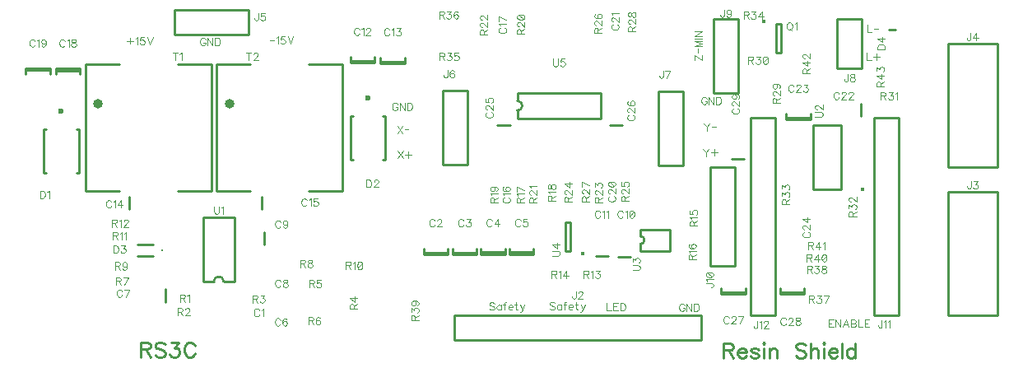
<source format=gbr>
G04 DipTrace 2.4.0.2*
%INTopSilk.gbr*%
%MOIN*%
%ADD10C,0.0098*%
%ADD24C,0.0236*%
%ADD26C,0.0094*%
%ADD31C,0.0154*%
%ADD33O,0.0394X0.0378*%
%ADD82C,0.0046*%
%ADD83C,0.0093*%
%FSLAX44Y44*%
G04*
G70*
G90*
G75*
G01*
%LNTopSilk*%
%LPD*%
X22182Y8999D2*
D10*
X21198D1*
X22182Y8925D2*
X21198D1*
X22182D2*
Y9160D1*
X21198Y8925D2*
Y9160D1*
X23354Y8999D2*
X22369D1*
X23354Y8925D2*
X22369D1*
X23354D2*
Y9160D1*
X22369Y8925D2*
Y9160D1*
X24511Y9005D2*
X23527D1*
X24511Y8931D2*
X23527D1*
X24511D2*
Y9166D1*
X23527Y8931D2*
Y9166D1*
X25663Y9005D2*
X24678D1*
X25663Y8931D2*
X24678D1*
X25663D2*
Y9166D1*
X24678Y8931D2*
Y9166D1*
X10761Y7506D2*
Y6994D1*
X14733Y9310D2*
Y9822D1*
X29586Y8822D2*
X29074D1*
X28688Y8838D2*
X28177D1*
X19218Y16748D2*
X18233D1*
X19218Y16673D2*
X18233D1*
X19218D2*
Y16909D1*
X18233Y16673D2*
Y16909D1*
X20435Y16730D2*
X19451D1*
X20435Y16655D2*
X19451D1*
X20435D2*
Y16891D1*
X19451Y16655D2*
Y16891D1*
X9290Y10744D2*
Y11255D1*
X14645Y10751D2*
Y11263D1*
X6302Y16365D2*
X7287D1*
X6302Y16440D2*
X7287D1*
X6302D2*
Y16204D1*
X7287Y16440D2*
Y16204D1*
X5083Y16370D2*
X6067D1*
X5083Y16444D2*
X6067D1*
X5083D2*
Y16208D1*
X6067Y16444D2*
Y16208D1*
X38921Y15023D2*
Y14511D1*
X36870Y14450D2*
X35885D1*
X36870Y14376D2*
X35885D1*
X36870D2*
Y14611D1*
X35885Y14376D2*
Y14611D1*
X24703Y14153D2*
X24192D1*
X29248D2*
X28737D1*
X34245Y7386D2*
X33260D1*
X34245Y7311D2*
X33260D1*
X34245D2*
Y7547D1*
X33260Y7311D2*
Y7547D1*
X36620Y7386D2*
X35635D1*
X36620Y7311D2*
X35635D1*
X36620D2*
Y7547D1*
X35635Y7311D2*
Y7547D1*
X34196Y12777D2*
X33684D1*
X7235Y13991D2*
Y12220D1*
X5818Y13991D2*
Y12220D1*
X7235D2*
X7137D1*
X7235Y13991D2*
X7137D1*
X5917Y12220D2*
X5818D1*
X5917Y13991D2*
X5818D1*
D24*
X6527Y14710D3*
X19662Y14527D2*
D10*
Y12755D1*
X18244Y14527D2*
Y12755D1*
X19662D2*
X19563D1*
X19662Y14527D2*
X19563D1*
X18343Y12755D2*
X18244D1*
X18343Y14527D2*
X18244D1*
D24*
X18953Y15246D3*
X10236Y8854D2*
D10*
X9607D1*
X10236Y9326D2*
X9607D1*
D26*
X10607Y9090D3*
X40298Y18017D2*
D10*
X40062D1*
X22440Y6440D2*
X32440D1*
Y5440D1*
X22440D1*
Y6440D1*
X42440D2*
X44440D1*
Y11440D1*
X42440D1*
Y6440D1*
Y12440D2*
X44440D1*
Y17440D1*
X42440D1*
Y12440D1*
X11121Y18814D2*
X14121D1*
Y17814D1*
X11121D1*
Y18814D1*
X21989Y12540D2*
X22989D1*
Y15540D1*
X21989D1*
Y12540D1*
X30724Y12536D2*
X31724D1*
Y15536D1*
X30724D1*
Y12536D1*
X37940Y16440D2*
X38940D1*
Y18440D1*
X37940D1*
Y16440D1*
X32940Y15440D2*
X33940D1*
Y18440D1*
X32940D1*
Y15440D1*
X32818Y8441D2*
X33818D1*
Y12441D1*
X32818D1*
Y8441D1*
X39440Y6441D2*
X40440D1*
Y14440D1*
X39440D1*
Y6441D1*
X34440D2*
X35440D1*
Y14440D1*
X34440D1*
Y6441D1*
D31*
X34994Y18343D3*
X35495Y18251D2*
D10*
Y17070D1*
X35692D1*
Y18251D1*
X35495D1*
X12619Y16613D2*
X11241D1*
D33*
X8025Y15023D3*
X12619Y16613D2*
D10*
Y11495D1*
X7501D2*
Y16613D1*
X8879D1*
X7501Y11495D2*
X8879D1*
X12619D2*
X11241D1*
X17926Y16613D2*
X16549D1*
D33*
X13332Y15023D3*
X17926Y16613D2*
D10*
Y11495D1*
X12808D2*
Y16613D1*
X14186D1*
X12808Y11495D2*
X14186D1*
X17926D2*
X16549D1*
X13534Y7824D2*
Y10422D1*
X12274Y7824D2*
Y10422D1*
X13534D2*
X12274D1*
X13534Y7824D2*
X13101D1*
X12707D2*
X12274D1*
X13101D2*
G03X12707Y7824I-197J0D01*
G01*
D31*
X38992Y11552D3*
X38100Y11542D2*
D10*
Y14140D1*
X36997Y11542D2*
Y14140D1*
X38100D2*
X36997D1*
X38100Y11542D2*
X36997D1*
X29986Y9061D2*
X31167D1*
X29986Y9927D2*
X31167D1*
Y9061D2*
Y9927D1*
X29986Y9061D2*
Y9337D1*
Y9652D2*
Y9927D1*
Y9337D2*
G03X29986Y9652I0J158D01*
G01*
D31*
X27652Y8945D3*
X27151Y9037D2*
D10*
Y10218D1*
X26954D1*
Y9037D1*
X27151D1*
X24999Y14430D2*
X28385D1*
X24999Y15454D2*
X28385D1*
Y14430D2*
Y15454D1*
X24999Y14430D2*
Y14745D1*
Y15139D2*
Y15454D1*
Y14745D2*
G03X24999Y15139I0J197D01*
G01*
X14549Y6648D2*
D82*
X14534Y6676D1*
X14505Y6705D1*
X14477Y6720D1*
X14420D1*
X14391Y6705D1*
X14362Y6676D1*
X14348Y6648D1*
X14333Y6605D1*
Y6533D1*
X14348Y6490D1*
X14362Y6461D1*
X14391Y6433D1*
X14420Y6418D1*
X14477D1*
X14505Y6433D1*
X14534Y6461D1*
X14549Y6490D1*
X14641Y6662D2*
X14670Y6676D1*
X14713Y6719D1*
Y6418D1*
X21651Y10276D2*
X21637Y10305D1*
X21608Y10334D1*
X21579Y10348D1*
X21522D1*
X21493Y10334D1*
X21465Y10305D1*
X21450Y10276D1*
X21436Y10233D1*
Y10161D1*
X21450Y10119D1*
X21465Y10090D1*
X21493Y10061D1*
X21522Y10047D1*
X21579D1*
X21608Y10061D1*
X21637Y10090D1*
X21651Y10119D1*
X21758Y10276D2*
Y10290D1*
X21772Y10319D1*
X21787Y10333D1*
X21816Y10348D1*
X21873D1*
X21901Y10333D1*
X21916Y10319D1*
X21930Y10290D1*
Y10262D1*
X21916Y10233D1*
X21887Y10190D1*
X21744Y10047D1*
X21945D1*
X22822Y10276D2*
X22808Y10305D1*
X22779Y10334D1*
X22751Y10348D1*
X22693D1*
X22664Y10334D1*
X22636Y10305D1*
X22621Y10276D1*
X22607Y10233D1*
Y10161D1*
X22621Y10119D1*
X22636Y10090D1*
X22664Y10061D1*
X22693Y10047D1*
X22751D1*
X22779Y10061D1*
X22808Y10090D1*
X22822Y10119D1*
X22944Y10348D2*
X23101D1*
X23015Y10233D1*
X23058D1*
X23087Y10219D1*
X23101Y10204D1*
X23116Y10161D1*
Y10133D1*
X23101Y10090D1*
X23073Y10061D1*
X23030Y10047D1*
X22986D1*
X22944Y10061D1*
X22929Y10075D1*
X22915Y10104D1*
X23973Y10282D2*
X23958Y10311D1*
X23929Y10340D1*
X23901Y10354D1*
X23844D1*
X23815Y10340D1*
X23786Y10311D1*
X23772Y10282D1*
X23757Y10239D1*
Y10167D1*
X23772Y10124D1*
X23786Y10096D1*
X23815Y10067D1*
X23844Y10052D1*
X23901D1*
X23929Y10067D1*
X23958Y10096D1*
X23973Y10124D1*
X24209Y10052D2*
Y10354D1*
X24065Y10153D1*
X24280D1*
X25131Y10282D2*
X25117Y10311D1*
X25088Y10340D1*
X25060Y10354D1*
X25002D1*
X24973Y10340D1*
X24945Y10311D1*
X24930Y10282D1*
X24916Y10239D1*
Y10167D1*
X24930Y10124D1*
X24945Y10096D1*
X24973Y10067D1*
X25002Y10052D1*
X25060D1*
X25088Y10067D1*
X25117Y10096D1*
X25131Y10124D1*
X25396Y10354D2*
X25253D1*
X25239Y10225D1*
X25253Y10239D1*
X25296Y10253D1*
X25339D1*
X25382Y10239D1*
X25411Y10210D1*
X25425Y10167D1*
Y10139D1*
X25411Y10096D1*
X25382Y10067D1*
X25339Y10052D1*
X25296D1*
X25253Y10067D1*
X25239Y10081D1*
X25224Y10110D1*
X15400Y6265D2*
X15385Y6293D1*
X15356Y6322D1*
X15328Y6337D1*
X15271D1*
X15242Y6322D1*
X15213Y6293D1*
X15199Y6265D1*
X15184Y6222D1*
Y6150D1*
X15199Y6107D1*
X15213Y6078D1*
X15242Y6050D1*
X15271Y6035D1*
X15328D1*
X15356Y6050D1*
X15385Y6078D1*
X15400Y6107D1*
X15664Y6293D2*
X15650Y6322D1*
X15607Y6336D1*
X15578D1*
X15535Y6322D1*
X15506Y6279D1*
X15492Y6207D1*
Y6136D1*
X15506Y6078D1*
X15535Y6049D1*
X15578Y6035D1*
X15593D1*
X15635Y6049D1*
X15664Y6078D1*
X15679Y6121D1*
Y6136D1*
X15664Y6179D1*
X15635Y6207D1*
X15593Y6221D1*
X15578D1*
X15535Y6207D1*
X15506Y6179D1*
X15492Y6136D1*
X8993Y7429D2*
X8979Y7457D1*
X8950Y7486D1*
X8922Y7500D1*
X8864D1*
X8836Y7486D1*
X8807Y7457D1*
X8792Y7429D1*
X8778Y7386D1*
Y7314D1*
X8792Y7271D1*
X8807Y7242D1*
X8836Y7213D1*
X8864Y7199D1*
X8922D1*
X8950Y7213D1*
X8979Y7242D1*
X8993Y7271D1*
X9143Y7199D2*
X9287Y7500D1*
X9086D1*
X15410Y7828D2*
X15395Y7856D1*
X15367Y7885D1*
X15338Y7899D1*
X15281D1*
X15252Y7885D1*
X15223Y7856D1*
X15209Y7828D1*
X15195Y7784D1*
Y7712D1*
X15209Y7670D1*
X15223Y7641D1*
X15252Y7612D1*
X15281Y7598D1*
X15338D1*
X15367Y7612D1*
X15395Y7641D1*
X15410Y7670D1*
X15574Y7899D2*
X15531Y7885D1*
X15517Y7856D1*
Y7827D1*
X15531Y7799D1*
X15560Y7784D1*
X15617Y7770D1*
X15660Y7756D1*
X15689Y7727D1*
X15703Y7698D1*
Y7655D1*
X15689Y7627D1*
X15675Y7612D1*
X15631Y7598D1*
X15574D1*
X15531Y7612D1*
X15517Y7627D1*
X15502Y7655D1*
Y7698D1*
X15517Y7727D1*
X15546Y7756D1*
X15588Y7770D1*
X15646Y7784D1*
X15675Y7799D1*
X15689Y7827D1*
Y7856D1*
X15675Y7885D1*
X15631Y7899D1*
X15574D1*
X15410Y10229D2*
X15396Y10258D1*
X15367Y10286D1*
X15338Y10301D1*
X15281D1*
X15252Y10286D1*
X15224Y10258D1*
X15209Y10229D1*
X15195Y10186D1*
Y10114D1*
X15209Y10071D1*
X15224Y10042D1*
X15252Y10014D1*
X15281Y9999D1*
X15338D1*
X15367Y10014D1*
X15396Y10042D1*
X15410Y10071D1*
X15689Y10200D2*
X15675Y10157D1*
X15646Y10128D1*
X15603Y10114D1*
X15589D1*
X15546Y10128D1*
X15517Y10157D1*
X15503Y10200D1*
Y10215D1*
X15517Y10258D1*
X15546Y10286D1*
X15589Y10300D1*
X15603D1*
X15646Y10286D1*
X15675Y10258D1*
X15689Y10200D1*
Y10128D1*
X15675Y10057D1*
X15646Y10014D1*
X15603Y9999D1*
X15575D1*
X15531Y10014D1*
X15517Y10042D1*
X29277Y10629D2*
X29263Y10658D1*
X29234Y10687D1*
X29205Y10701D1*
X29148D1*
X29119Y10687D1*
X29091Y10658D1*
X29076Y10629D1*
X29062Y10586D1*
Y10514D1*
X29076Y10471D1*
X29091Y10442D1*
X29119Y10414D1*
X29148Y10399D1*
X29205D1*
X29234Y10414D1*
X29263Y10442D1*
X29277Y10471D1*
X29370Y10643D2*
X29398Y10658D1*
X29441Y10700D1*
Y10399D1*
X29620Y10700D2*
X29577Y10686D1*
X29548Y10643D1*
X29534Y10571D1*
Y10528D1*
X29548Y10457D1*
X29577Y10414D1*
X29620Y10399D1*
X29649D1*
X29692Y10414D1*
X29720Y10457D1*
X29735Y10528D1*
Y10571D1*
X29720Y10643D1*
X29692Y10686D1*
X29649Y10700D1*
X29620D1*
X29720Y10643D2*
X29548Y10457D1*
X28354Y10630D2*
X28339Y10658D1*
X28311Y10687D1*
X28282Y10701D1*
X28225D1*
X28196Y10687D1*
X28167Y10658D1*
X28153Y10630D1*
X28138Y10587D1*
Y10515D1*
X28153Y10472D1*
X28167Y10443D1*
X28196Y10414D1*
X28225Y10400D1*
X28282D1*
X28311Y10414D1*
X28339Y10443D1*
X28354Y10472D1*
X28446Y10644D2*
X28475Y10658D1*
X28518Y10701D1*
Y10400D1*
X28611Y10644D2*
X28640Y10658D1*
X28683Y10701D1*
Y10400D1*
X18604Y18025D2*
X18590Y18053D1*
X18561Y18082D1*
X18532Y18096D1*
X18475D1*
X18446Y18082D1*
X18418Y18053D1*
X18403Y18025D1*
X18389Y17982D1*
Y17910D1*
X18403Y17867D1*
X18418Y17838D1*
X18446Y17810D1*
X18475Y17795D1*
X18532D1*
X18561Y17810D1*
X18590Y17838D1*
X18604Y17867D1*
X18697Y18039D2*
X18725Y18053D1*
X18768Y18096D1*
Y17795D1*
X18876Y18024D2*
Y18039D1*
X18890Y18068D1*
X18904Y18082D1*
X18933Y18096D1*
X18990D1*
X19019Y18082D1*
X19033Y18068D1*
X19048Y18039D1*
Y18010D1*
X19033Y17981D1*
X19005Y17939D1*
X18861Y17795D1*
X19062D1*
X19822Y18007D2*
X19808Y18035D1*
X19779Y18064D1*
X19750Y18078D1*
X19693D1*
X19664Y18064D1*
X19635Y18035D1*
X19621Y18007D1*
X19607Y17964D1*
Y17892D1*
X19621Y17849D1*
X19635Y17820D1*
X19664Y17792D1*
X19693Y17777D1*
X19750D1*
X19779Y17792D1*
X19808Y17820D1*
X19822Y17849D1*
X19914Y18021D2*
X19943Y18035D1*
X19986Y18078D1*
Y17777D1*
X20108Y18078D2*
X20265D1*
X20180Y17963D1*
X20223D1*
X20251Y17949D1*
X20265Y17935D1*
X20280Y17892D1*
Y17863D1*
X20265Y17820D1*
X20237Y17791D1*
X20194Y17777D1*
X20151D1*
X20108Y17791D1*
X20094Y17806D1*
X20079Y17834D1*
X8557Y11040D2*
X8542Y11068D1*
X8513Y11097D1*
X8485Y11111D1*
X8428D1*
X8399Y11097D1*
X8370Y11068D1*
X8356Y11040D1*
X8341Y10997D1*
Y10925D1*
X8356Y10882D1*
X8370Y10853D1*
X8399Y10825D1*
X8428Y10810D1*
X8485D1*
X8513Y10825D1*
X8542Y10853D1*
X8557Y10882D1*
X8649Y11054D2*
X8678Y11068D1*
X8721Y11111D1*
Y10810D1*
X8957D2*
Y11111D1*
X8814Y10910D1*
X9029D1*
X16474Y11109D2*
X16459Y11138D1*
X16430Y11167D1*
X16402Y11181D1*
X16345D1*
X16316Y11167D1*
X16287Y11138D1*
X16273Y11109D1*
X16258Y11066D1*
Y10994D1*
X16273Y10952D1*
X16287Y10923D1*
X16316Y10894D1*
X16345Y10880D1*
X16402D1*
X16430Y10894D1*
X16459Y10923D1*
X16474Y10952D1*
X16566Y11123D2*
X16595Y11138D1*
X16638Y11181D1*
Y10880D1*
X16903Y11181D2*
X16760D1*
X16745Y11052D1*
X16760Y11066D1*
X16803Y11081D1*
X16846D1*
X16889Y11066D1*
X16917Y11037D1*
X16932Y10994D1*
Y10966D1*
X16917Y10923D1*
X16889Y10894D1*
X16846Y10880D1*
X16803D1*
X16760Y10894D1*
X16745Y10908D1*
X16731Y10937D1*
X24474Y11224D2*
X24445Y11210D1*
X24416Y11181D1*
X24402Y11152D1*
Y11095D1*
X24416Y11066D1*
X24445Y11038D1*
X24474Y11023D1*
X24517Y11009D1*
X24589D1*
X24632Y11023D1*
X24661Y11038D1*
X24689Y11066D1*
X24704Y11095D1*
Y11152D1*
X24689Y11181D1*
X24661Y11210D1*
X24632Y11224D1*
X24460Y11317D2*
X24445Y11346D1*
X24403Y11389D1*
X24704D1*
X24445Y11653D2*
X24417Y11639D1*
X24403Y11596D1*
Y11567D1*
X24417Y11524D1*
X24460Y11496D1*
X24532Y11481D1*
X24603D1*
X24661Y11496D1*
X24689Y11524D1*
X24704Y11567D1*
Y11582D1*
X24689Y11625D1*
X24661Y11653D1*
X24617Y11668D1*
X24603D1*
X24560Y11653D1*
X24532Y11625D1*
X24517Y11582D1*
Y11567D1*
X24532Y11524D1*
X24560Y11496D1*
X24603Y11481D1*
X24315Y18092D2*
X24287Y18078D1*
X24258Y18049D1*
X24244Y18021D1*
Y17963D1*
X24258Y17934D1*
X24287Y17906D1*
X24315Y17891D1*
X24358Y17877D1*
X24430D1*
X24473Y17891D1*
X24502Y17906D1*
X24531Y17934D1*
X24545Y17963D1*
Y18021D1*
X24531Y18049D1*
X24502Y18078D1*
X24473Y18092D1*
X24301Y18185D2*
X24287Y18214D1*
X24244Y18257D1*
X24545D1*
Y18407D2*
X24244Y18550D1*
Y18350D1*
X6673Y17556D2*
X6659Y17584D1*
X6630Y17613D1*
X6602Y17628D1*
X6544D1*
X6515Y17613D1*
X6487Y17584D1*
X6472Y17556D1*
X6458Y17513D1*
Y17441D1*
X6472Y17398D1*
X6487Y17369D1*
X6515Y17341D1*
X6544Y17326D1*
X6602D1*
X6630Y17341D1*
X6659Y17369D1*
X6673Y17398D1*
X6766Y17570D2*
X6795Y17584D1*
X6838Y17627D1*
Y17326D1*
X7002Y17627D2*
X6959Y17613D1*
X6945Y17584D1*
Y17556D1*
X6959Y17527D1*
X6988Y17512D1*
X7045Y17498D1*
X7088Y17484D1*
X7117Y17455D1*
X7131Y17427D1*
Y17383D1*
X7117Y17355D1*
X7103Y17340D1*
X7059Y17326D1*
X7002D1*
X6959Y17340D1*
X6945Y17355D1*
X6930Y17383D1*
Y17427D1*
X6945Y17455D1*
X6974Y17484D1*
X7016Y17498D1*
X7074Y17512D1*
X7103Y17527D1*
X7117Y17556D1*
Y17584D1*
X7103Y17613D1*
X7059Y17627D1*
X7002D1*
X5460Y17560D2*
X5446Y17589D1*
X5417Y17617D1*
X5389Y17632D1*
X5331D1*
X5303Y17617D1*
X5274Y17589D1*
X5260Y17560D1*
X5245Y17517D1*
Y17445D1*
X5260Y17402D1*
X5274Y17373D1*
X5303Y17345D1*
X5331Y17330D1*
X5389D1*
X5417Y17345D1*
X5446Y17373D1*
X5460Y17402D1*
X5553Y17574D2*
X5582Y17589D1*
X5625Y17631D1*
Y17330D1*
X5904Y17531D2*
X5890Y17488D1*
X5861Y17459D1*
X5818Y17445D1*
X5804D1*
X5761Y17459D1*
X5732Y17488D1*
X5718Y17531D1*
Y17545D1*
X5732Y17589D1*
X5761Y17617D1*
X5804Y17631D1*
X5818D1*
X5861Y17617D1*
X5890Y17589D1*
X5904Y17531D1*
Y17459D1*
X5890Y17388D1*
X5861Y17344D1*
X5818Y17330D1*
X5790D1*
X5747Y17344D1*
X5732Y17373D1*
X28745Y11277D2*
X28716Y11263D1*
X28687Y11234D1*
X28673Y11206D1*
Y11148D1*
X28687Y11119D1*
X28716Y11091D1*
X28745Y11076D1*
X28788Y11062D1*
X28860D1*
X28902Y11076D1*
X28931Y11091D1*
X28960Y11119D1*
X28974Y11148D1*
Y11206D1*
X28960Y11234D1*
X28931Y11263D1*
X28902Y11277D1*
X28745Y11384D2*
X28731D1*
X28702Y11399D1*
X28687Y11413D1*
X28673Y11442D1*
Y11499D1*
X28687Y11528D1*
X28702Y11542D1*
X28731Y11557D1*
X28759D1*
X28788Y11542D1*
X28831Y11513D1*
X28974Y11370D1*
Y11571D1*
X28673Y11750D2*
X28687Y11707D1*
X28731Y11678D1*
X28802Y11663D1*
X28845D1*
X28917Y11678D1*
X28960Y11707D1*
X28974Y11750D1*
Y11778D1*
X28960Y11821D1*
X28917Y11850D1*
X28845Y11864D1*
X28802D1*
X28731Y11850D1*
X28687Y11821D1*
X28673Y11778D1*
Y11750D1*
X28731Y11850D2*
X28917Y11678D1*
X28878Y18236D2*
X28850Y18221D1*
X28821Y18192D1*
X28807Y18164D1*
Y18107D1*
X28821Y18078D1*
X28850Y18049D1*
X28878Y18035D1*
X28921Y18020D1*
X28993D1*
X29036Y18035D1*
X29065Y18049D1*
X29093Y18078D1*
X29108Y18107D1*
Y18164D1*
X29093Y18192D1*
X29065Y18221D1*
X29036Y18236D1*
X28879Y18343D2*
X28864D1*
X28835Y18357D1*
X28821Y18371D1*
X28807Y18400D1*
Y18458D1*
X28821Y18486D1*
X28835Y18500D1*
X28864Y18515D1*
X28893D1*
X28922Y18500D1*
X28964Y18472D1*
X29108Y18328D1*
Y18529D1*
X28864Y18622D2*
X28850Y18651D1*
X28807Y18694D1*
X29108D1*
X38026Y15430D2*
X38012Y15458D1*
X37983Y15487D1*
X37954Y15502D1*
X37897D1*
X37868Y15487D1*
X37840Y15458D1*
X37825Y15430D1*
X37811Y15387D1*
Y15315D1*
X37825Y15272D1*
X37840Y15243D1*
X37868Y15215D1*
X37897Y15200D1*
X37954D1*
X37983Y15215D1*
X38012Y15243D1*
X38026Y15272D1*
X38133Y15430D2*
Y15444D1*
X38147Y15473D1*
X38162Y15487D1*
X38191Y15501D1*
X38248D1*
X38276Y15487D1*
X38291Y15473D1*
X38305Y15444D1*
Y15415D1*
X38291Y15386D1*
X38262Y15344D1*
X38119Y15200D1*
X38320D1*
X38427Y15430D2*
Y15444D1*
X38441Y15473D1*
X38455Y15487D1*
X38484Y15501D1*
X38541D1*
X38570Y15487D1*
X38584Y15473D1*
X38599Y15444D1*
Y15415D1*
X38584Y15386D1*
X38556Y15344D1*
X38412Y15200D1*
X38613D1*
X36192Y15727D2*
X36178Y15756D1*
X36149Y15784D1*
X36120Y15799D1*
X36063D1*
X36034Y15784D1*
X36005Y15756D1*
X35991Y15727D1*
X35977Y15684D1*
Y15612D1*
X35991Y15569D1*
X36005Y15540D1*
X36034Y15512D1*
X36063Y15497D1*
X36120D1*
X36149Y15512D1*
X36178Y15540D1*
X36192Y15569D1*
X36299Y15727D2*
Y15741D1*
X36313Y15770D1*
X36328Y15784D1*
X36356Y15798D1*
X36414D1*
X36442Y15784D1*
X36457Y15770D1*
X36471Y15741D1*
Y15713D1*
X36457Y15684D1*
X36428Y15641D1*
X36284Y15497D1*
X36485D1*
X36607Y15798D2*
X36764D1*
X36678Y15684D1*
X36722D1*
X36750Y15669D1*
X36764Y15655D1*
X36779Y15612D1*
Y15584D1*
X36764Y15540D1*
X36736Y15512D1*
X36693Y15497D1*
X36650D1*
X36607Y15512D1*
X36593Y15526D1*
X36578Y15555D1*
X36626Y9823D2*
X36598Y9808D1*
X36569Y9780D1*
X36554Y9751D1*
Y9694D1*
X36569Y9665D1*
X36598Y9636D1*
X36626Y9622D1*
X36669Y9608D1*
X36741D1*
X36784Y9622D1*
X36813Y9636D1*
X36841Y9665D1*
X36856Y9694D1*
Y9751D1*
X36841Y9780D1*
X36813Y9808D1*
X36784Y9823D1*
X36626Y9930D2*
X36612D1*
X36583Y9944D1*
X36569Y9958D1*
X36555Y9987D1*
Y10045D1*
X36569Y10073D1*
X36583Y10087D1*
X36612Y10102D1*
X36641D1*
X36670Y10087D1*
X36712Y10059D1*
X36856Y9915D1*
Y10116D1*
Y10353D2*
X36555D1*
X36755Y10209D1*
Y10424D1*
X23784Y14675D2*
X23756Y14661D1*
X23727Y14632D1*
X23713Y14604D1*
Y14546D1*
X23727Y14518D1*
X23756Y14489D1*
X23784Y14474D1*
X23827Y14460D1*
X23899D1*
X23942Y14474D1*
X23971Y14489D1*
X23999Y14518D1*
X24014Y14546D1*
Y14604D1*
X23999Y14632D1*
X23971Y14661D1*
X23942Y14675D1*
X23785Y14783D2*
X23770D1*
X23741Y14797D1*
X23727Y14811D1*
X23713Y14840D1*
Y14897D1*
X23727Y14926D1*
X23741Y14940D1*
X23770Y14955D1*
X23799D1*
X23828Y14940D1*
X23870Y14912D1*
X24014Y14768D1*
Y14969D1*
X23713Y15234D2*
Y15091D1*
X23842Y15076D1*
X23828Y15091D1*
X23813Y15134D1*
Y15176D1*
X23828Y15220D1*
X23856Y15248D1*
X23899Y15263D1*
X23928D1*
X23971Y15248D1*
X24000Y15220D1*
X24014Y15176D1*
Y15134D1*
X24000Y15091D1*
X23985Y15076D1*
X23957Y15062D1*
X29523Y14565D2*
X29494Y14550D1*
X29465Y14521D1*
X29451Y14493D1*
Y14436D1*
X29465Y14407D1*
X29494Y14378D1*
X29523Y14364D1*
X29566Y14349D1*
X29638D1*
X29680Y14364D1*
X29709Y14378D1*
X29738Y14407D1*
X29752Y14436D1*
Y14493D1*
X29738Y14521D1*
X29709Y14550D1*
X29680Y14565D1*
X29523Y14672D2*
X29509D1*
X29480Y14686D1*
X29465Y14700D1*
X29451Y14729D1*
Y14787D1*
X29465Y14815D1*
X29480Y14829D1*
X29509Y14844D1*
X29537D1*
X29566Y14829D1*
X29609Y14801D1*
X29752Y14657D1*
Y14858D1*
X29494Y15123D2*
X29465Y15109D1*
X29451Y15066D1*
Y15037D1*
X29465Y14994D1*
X29509Y14965D1*
X29580Y14951D1*
X29652D1*
X29709Y14965D1*
X29738Y14994D1*
X29752Y15037D1*
Y15051D1*
X29738Y15094D1*
X29709Y15123D1*
X29666Y15137D1*
X29652D1*
X29609Y15123D1*
X29580Y15094D1*
X29566Y15051D1*
Y15037D1*
X29580Y14994D1*
X29609Y14965D1*
X29652Y14951D1*
X33567Y6350D2*
X33552Y6378D1*
X33524Y6407D1*
X33495Y6422D1*
X33438D1*
X33409Y6407D1*
X33380Y6378D1*
X33366Y6350D1*
X33351Y6307D1*
Y6235D1*
X33366Y6192D1*
X33380Y6163D1*
X33409Y6135D1*
X33438Y6120D1*
X33495D1*
X33524Y6135D1*
X33552Y6163D1*
X33567Y6192D1*
X33674Y6350D2*
Y6364D1*
X33688Y6393D1*
X33702Y6407D1*
X33731Y6421D1*
X33789D1*
X33817Y6407D1*
X33831Y6393D1*
X33846Y6364D1*
Y6335D1*
X33831Y6307D1*
X33803Y6264D1*
X33659Y6120D1*
X33860D1*
X34010D2*
X34154Y6421D1*
X33953D1*
X35879Y6287D2*
X35865Y6316D1*
X35836Y6345D1*
X35808Y6359D1*
X35750D1*
X35721Y6345D1*
X35693Y6316D1*
X35678Y6287D1*
X35664Y6244D1*
Y6172D1*
X35678Y6130D1*
X35693Y6101D1*
X35721Y6072D1*
X35750Y6058D1*
X35808D1*
X35836Y6072D1*
X35865Y6101D1*
X35879Y6130D1*
X35987Y6287D2*
Y6301D1*
X36001Y6330D1*
X36015Y6344D1*
X36044Y6359D1*
X36101D1*
X36130Y6344D1*
X36144Y6330D1*
X36159Y6301D1*
Y6273D1*
X36144Y6244D1*
X36116Y6201D1*
X35972Y6058D1*
X36173D1*
X36337Y6359D2*
X36294Y6344D1*
X36280Y6316D1*
Y6287D1*
X36294Y6259D1*
X36323Y6244D1*
X36380Y6230D1*
X36423Y6215D1*
X36452Y6187D1*
X36466Y6158D1*
Y6115D1*
X36452Y6086D1*
X36438Y6072D1*
X36395Y6058D1*
X36337D1*
X36294Y6072D1*
X36280Y6086D1*
X36266Y6115D1*
Y6158D1*
X36280Y6187D1*
X36309Y6215D1*
X36351Y6230D1*
X36409Y6244D1*
X36438Y6259D1*
X36452Y6287D1*
Y6316D1*
X36438Y6344D1*
X36395Y6359D1*
X36337D1*
X33759Y14830D2*
X33731Y14816D1*
X33702Y14787D1*
X33687Y14758D1*
Y14701D1*
X33702Y14672D1*
X33731Y14643D1*
X33759Y14629D1*
X33802Y14615D1*
X33874D1*
X33917Y14629D1*
X33946Y14643D1*
X33974Y14672D1*
X33989Y14701D1*
Y14758D1*
X33974Y14787D1*
X33946Y14816D1*
X33917Y14830D1*
X33759Y14937D2*
X33745D1*
X33716Y14951D1*
X33702Y14966D1*
X33688Y14994D1*
Y15052D1*
X33702Y15080D1*
X33716Y15095D1*
X33745Y15109D1*
X33774D1*
X33803Y15095D1*
X33845Y15066D1*
X33989Y14922D1*
Y15123D1*
X33788Y15403D2*
X33831Y15388D1*
X33860Y15360D1*
X33874Y15317D1*
Y15302D1*
X33860Y15259D1*
X33831Y15231D1*
X33788Y15216D1*
X33774D1*
X33731Y15231D1*
X33702Y15259D1*
X33688Y15302D1*
Y15317D1*
X33702Y15360D1*
X33731Y15388D1*
X33788Y15403D1*
X33860D1*
X33932Y15388D1*
X33975Y15360D1*
X33989Y15317D1*
Y15288D1*
X33975Y15245D1*
X33946Y15231D1*
X5669Y11498D2*
Y11196D1*
X5770D1*
X5813Y11211D1*
X5842Y11240D1*
X5856Y11268D1*
X5870Y11311D1*
Y11383D1*
X5856Y11426D1*
X5842Y11455D1*
X5813Y11484D1*
X5770Y11498D1*
X5669D1*
X5963Y11440D2*
X5992Y11455D1*
X6035Y11498D1*
Y11196D1*
X18890Y11939D2*
Y11637D1*
X18990D1*
X19033Y11652D1*
X19062Y11680D1*
X19077Y11709D1*
X19091Y11752D1*
Y11824D1*
X19077Y11867D1*
X19062Y11895D1*
X19033Y11924D1*
X18990Y11939D1*
X18890D1*
X19198Y11867D2*
Y11881D1*
X19212Y11910D1*
X19227Y11924D1*
X19255Y11938D1*
X19313D1*
X19341Y11924D1*
X19356Y11910D1*
X19370Y11881D1*
Y11852D1*
X19356Y11823D1*
X19327Y11781D1*
X19183Y11637D1*
X19384D1*
X8641Y9281D2*
Y8980D1*
X8741D1*
X8785Y8995D1*
X8813Y9023D1*
X8828Y9052D1*
X8842Y9095D1*
Y9167D1*
X8828Y9210D1*
X8813Y9238D1*
X8785Y9267D1*
X8741Y9281D1*
X8641D1*
X8963D2*
X9121D1*
X9035Y9166D1*
X9078D1*
X9107Y9152D1*
X9121Y9138D1*
X9135Y9095D1*
Y9066D1*
X9121Y9023D1*
X9092Y8994D1*
X9049Y8980D1*
X9006D1*
X8963Y8994D1*
X8949Y9009D1*
X8935Y9037D1*
X39583Y17225D2*
X39885D1*
Y17326D1*
X39870Y17369D1*
X39842Y17398D1*
X39813Y17412D1*
X39770Y17426D1*
X39698D1*
X39655Y17412D1*
X39627Y17398D1*
X39598Y17369D1*
X39583Y17326D1*
Y17225D1*
X39885Y17662D2*
X39584D1*
X39784Y17519D1*
Y17734D1*
X27365Y7429D2*
Y7199D1*
X27351Y7156D1*
X27336Y7142D1*
X27308Y7127D1*
X27279D1*
X27250Y7142D1*
X27236Y7156D1*
X27222Y7199D1*
Y7228D1*
X27472Y7357D2*
Y7371D1*
X27487Y7400D1*
X27501Y7414D1*
X27530Y7428D1*
X27587D1*
X27616Y7414D1*
X27630Y7400D1*
X27644Y7371D1*
Y7342D1*
X27630Y7314D1*
X27601Y7271D1*
X27458Y7127D1*
X27659D1*
X43365Y11879D2*
Y11650D1*
X43351Y11607D1*
X43336Y11593D1*
X43308Y11578D1*
X43279D1*
X43250Y11593D1*
X43236Y11607D1*
X43222Y11650D1*
Y11679D1*
X43487Y11879D2*
X43644D1*
X43558Y11764D1*
X43601D1*
X43630Y11750D1*
X43644Y11736D1*
X43659Y11693D1*
Y11664D1*
X43644Y11621D1*
X43616Y11592D1*
X43573Y11578D1*
X43529D1*
X43487Y11592D1*
X43472Y11607D1*
X43458Y11635D1*
X43358Y17879D2*
Y17650D1*
X43344Y17607D1*
X43329Y17593D1*
X43301Y17578D1*
X43272D1*
X43243Y17593D1*
X43229Y17607D1*
X43214Y17650D1*
Y17679D1*
X43594Y17578D2*
Y17879D1*
X43451Y17679D1*
X43666D1*
X14502Y18692D2*
Y18463D1*
X14488Y18420D1*
X14473Y18406D1*
X14445Y18391D1*
X14416D1*
X14387Y18406D1*
X14373Y18420D1*
X14358Y18463D1*
Y18492D1*
X14767Y18692D2*
X14623D1*
X14609Y18563D1*
X14623Y18577D1*
X14667Y18592D1*
X14709D1*
X14752Y18577D1*
X14781Y18549D1*
X14796Y18506D1*
Y18477D1*
X14781Y18434D1*
X14752Y18405D1*
X14709Y18391D1*
X14667D1*
X14623Y18405D1*
X14609Y18420D1*
X14595Y18448D1*
X22171Y16373D2*
Y16144D1*
X22157Y16100D1*
X22142Y16086D1*
X22114Y16072D1*
X22085D1*
X22056Y16086D1*
X22042Y16100D1*
X22028Y16144D1*
Y16172D1*
X22436Y16330D2*
X22422Y16358D1*
X22379Y16373D1*
X22350D1*
X22307Y16358D1*
X22278Y16315D1*
X22264Y16244D1*
Y16172D1*
X22278Y16115D1*
X22307Y16086D1*
X22350Y16072D1*
X22364D1*
X22407Y16086D1*
X22436Y16115D1*
X22450Y16158D1*
Y16172D1*
X22436Y16215D1*
X22407Y16244D1*
X22364Y16258D1*
X22350D1*
X22307Y16244D1*
X22278Y16215D1*
X22264Y16172D1*
X30899Y16369D2*
Y16140D1*
X30885Y16097D1*
X30870Y16082D1*
X30842Y16068D1*
X30813D1*
X30784Y16082D1*
X30770Y16097D1*
X30755Y16140D1*
Y16168D1*
X31049Y16068D2*
X31192Y16369D1*
X30992D1*
X38384Y16218D2*
Y15988D1*
X38369Y15945D1*
X38355Y15931D1*
X38326Y15916D1*
X38297D1*
X38269Y15931D1*
X38255Y15945D1*
X38240Y15988D1*
Y16017D1*
X38548Y16217D2*
X38505Y16203D1*
X38490Y16174D1*
Y16146D1*
X38505Y16117D1*
X38534Y16102D1*
X38591Y16088D1*
X38634Y16074D1*
X38663Y16045D1*
X38677Y16017D1*
Y15973D1*
X38663Y15945D1*
X38648Y15930D1*
X38605Y15916D1*
X38548D1*
X38505Y15930D1*
X38490Y15945D1*
X38476Y15973D1*
Y16017D1*
X38490Y16045D1*
X38519Y16074D1*
X38562Y16088D1*
X38619Y16102D1*
X38648Y16117D1*
X38663Y16146D1*
Y16174D1*
X38648Y16203D1*
X38605Y16217D1*
X38548D1*
X33372Y18836D2*
Y18606D1*
X33358Y18563D1*
X33343Y18549D1*
X33315Y18534D1*
X33286D1*
X33258Y18549D1*
X33243Y18563D1*
X33229Y18606D1*
Y18635D1*
X33652Y18735D2*
X33637Y18692D1*
X33609Y18663D1*
X33565Y18649D1*
X33551D1*
X33508Y18663D1*
X33480Y18692D1*
X33465Y18735D1*
Y18749D1*
X33480Y18793D1*
X33508Y18821D1*
X33551Y18835D1*
X33565D1*
X33609Y18821D1*
X33637Y18793D1*
X33652Y18735D1*
Y18663D1*
X33637Y18592D1*
X33609Y18548D1*
X33565Y18534D1*
X33537D1*
X33494Y18548D1*
X33480Y18577D1*
X32636Y7741D2*
X32865D1*
X32908Y7727D1*
X32923Y7712D1*
X32937Y7684D1*
Y7655D1*
X32923Y7626D1*
X32908Y7612D1*
X32865Y7598D1*
X32837D1*
X32693Y7834D2*
X32679Y7863D1*
X32636Y7906D1*
X32937D1*
X32636Y8085D2*
X32650Y8042D1*
X32693Y8013D1*
X32765Y7998D1*
X32808D1*
X32880Y8013D1*
X32923Y8042D1*
X32937Y8085D1*
Y8113D1*
X32923Y8156D1*
X32880Y8185D1*
X32808Y8199D1*
X32765D1*
X32693Y8185D1*
X32650Y8156D1*
X32636Y8113D1*
Y8085D1*
X32693Y8185D2*
X32880Y8013D1*
X39760Y6256D2*
Y6026D1*
X39746Y5983D1*
X39731Y5969D1*
X39703Y5955D1*
X39674D1*
X39646Y5969D1*
X39631Y5983D1*
X39617Y6026D1*
Y6055D1*
X39853Y6198D2*
X39882Y6213D1*
X39925Y6256D1*
Y5955D1*
X40017Y6198D2*
X40046Y6213D1*
X40089Y6256D1*
Y5955D1*
X34717Y6235D2*
Y6006D1*
X34703Y5962D1*
X34688Y5948D1*
X34660Y5934D1*
X34631D1*
X34602Y5948D1*
X34588Y5962D1*
X34573Y6006D1*
Y6034D1*
X34810Y6177D2*
X34838Y6192D1*
X34882Y6235D1*
Y5934D1*
X34989Y6163D2*
Y6177D1*
X35003Y6206D1*
X35017Y6220D1*
X35046Y6235D1*
X35103D1*
X35132Y6220D1*
X35146Y6206D1*
X35161Y6177D1*
Y6149D1*
X35146Y6120D1*
X35118Y6077D1*
X34974Y5934D1*
X35175D1*
X35995Y18310D2*
X35967Y18296D1*
X35938Y18267D1*
X35924Y18238D1*
X35909Y18195D1*
Y18123D1*
X35924Y18080D1*
X35938Y18052D1*
X35967Y18023D1*
X35995Y18009D1*
X36053D1*
X36081Y18023D1*
X36110Y18052D1*
X36124Y18080D1*
X36139Y18123D1*
Y18195D1*
X36124Y18238D1*
X36110Y18267D1*
X36081Y18296D1*
X36053Y18310D1*
X35995D1*
X36038Y18066D2*
X36124Y17980D1*
X36231Y18252D2*
X36260Y18267D1*
X36303Y18309D1*
Y18008D1*
X11335Y7152D2*
X11464D1*
X11507Y7166D1*
X11521Y7180D1*
X11536Y7209D1*
Y7238D1*
X11521Y7266D1*
X11507Y7281D1*
X11464Y7295D1*
X11335D1*
Y6994D1*
X11435Y7152D2*
X11536Y6994D1*
X11628Y7238D2*
X11657Y7252D1*
X11700Y7295D1*
Y6994D1*
X11242Y6600D2*
X11371D1*
X11414Y6614D1*
X11429Y6629D1*
X11443Y6657D1*
Y6686D1*
X11429Y6715D1*
X11414Y6729D1*
X11371Y6743D1*
X11242D1*
Y6442D1*
X11343Y6600D2*
X11443Y6442D1*
X11550Y6671D2*
Y6686D1*
X11564Y6715D1*
X11579Y6729D1*
X11608Y6743D1*
X11665D1*
X11693Y6729D1*
X11708Y6715D1*
X11722Y6686D1*
Y6657D1*
X11708Y6628D1*
X11679Y6586D1*
X11536Y6442D1*
X11737D1*
X14276Y7122D2*
X14405D1*
X14448Y7136D1*
X14463Y7151D1*
X14477Y7179D1*
Y7208D1*
X14463Y7237D1*
X14448Y7251D1*
X14405Y7265D1*
X14276D1*
Y6964D1*
X14377Y7122D2*
X14477Y6964D1*
X14599Y7265D2*
X14756D1*
X14670Y7150D1*
X14713D1*
X14742Y7136D1*
X14756Y7122D1*
X14771Y7079D1*
Y7050D1*
X14756Y7007D1*
X14728Y6978D1*
X14685Y6964D1*
X14641D1*
X14599Y6978D1*
X14584Y6993D1*
X14570Y7021D1*
X18372Y6708D2*
Y6837D1*
X18357Y6880D1*
X18343Y6894D1*
X18314Y6909D1*
X18285D1*
X18257Y6894D1*
X18242Y6880D1*
X18228Y6837D1*
Y6708D1*
X18530D1*
X18372Y6808D2*
X18530Y6909D1*
Y7145D2*
X18228D1*
X18429Y7001D1*
Y7217D1*
X16570Y7739D2*
X16699D1*
X16742Y7754D1*
X16756Y7768D1*
X16771Y7796D1*
Y7825D1*
X16756Y7854D1*
X16742Y7868D1*
X16699Y7883D1*
X16570D1*
Y7581D1*
X16670Y7739D2*
X16771Y7581D1*
X17036Y7882D2*
X16892D1*
X16878Y7753D1*
X16892Y7768D1*
X16935Y7782D1*
X16978D1*
X17021Y7768D1*
X17050Y7739D1*
X17064Y7696D1*
Y7667D1*
X17050Y7624D1*
X17021Y7595D1*
X16978Y7581D1*
X16935D1*
X16892Y7595D1*
X16878Y7610D1*
X16863Y7639D1*
X16540Y6237D2*
X16669D1*
X16712Y6252D1*
X16726Y6266D1*
X16741Y6294D1*
Y6323D1*
X16726Y6352D1*
X16712Y6366D1*
X16669Y6381D1*
X16540D1*
Y6079D1*
X16640Y6237D2*
X16741Y6079D1*
X17005Y6337D2*
X16991Y6366D1*
X16948Y6380D1*
X16920D1*
X16876Y6366D1*
X16848Y6323D1*
X16833Y6251D1*
Y6180D1*
X16848Y6122D1*
X16876Y6093D1*
X16920Y6079D1*
X16934D1*
X16977Y6093D1*
X17005Y6122D1*
X17020Y6165D1*
Y6180D1*
X17005Y6223D1*
X16977Y6251D1*
X16934Y6265D1*
X16920D1*
X16876Y6251D1*
X16848Y6223D1*
X16833Y6180D1*
X8741Y7840D2*
X8870D1*
X8913Y7854D1*
X8928Y7869D1*
X8942Y7897D1*
Y7926D1*
X8928Y7955D1*
X8913Y7969D1*
X8870Y7983D1*
X8741D1*
Y7682D1*
X8841Y7840D2*
X8942Y7682D1*
X9092D2*
X9235Y7983D1*
X9034D1*
X16211Y8557D2*
X16340D1*
X16383Y8571D1*
X16397Y8586D1*
X16411Y8614D1*
Y8643D1*
X16397Y8672D1*
X16383Y8686D1*
X16340Y8700D1*
X16211D1*
Y8399D1*
X16311Y8557D2*
X16411Y8399D1*
X16576Y8700D2*
X16533Y8686D1*
X16518Y8657D1*
Y8629D1*
X16533Y8600D1*
X16562Y8585D1*
X16619Y8571D1*
X16662Y8557D1*
X16691Y8528D1*
X16705Y8500D1*
Y8456D1*
X16691Y8428D1*
X16676Y8413D1*
X16633Y8399D1*
X16576D1*
X16533Y8413D1*
X16518Y8428D1*
X16504Y8456D1*
Y8500D1*
X16518Y8528D1*
X16547Y8557D1*
X16590Y8571D1*
X16647Y8585D1*
X16676Y8600D1*
X16691Y8629D1*
Y8657D1*
X16676Y8686D1*
X16633Y8700D1*
X16576D1*
X8708Y8460D2*
X8837D1*
X8880Y8474D1*
X8895Y8488D1*
X8909Y8517D1*
Y8546D1*
X8895Y8574D1*
X8880Y8589D1*
X8837Y8603D1*
X8708D1*
Y8302D1*
X8808Y8460D2*
X8909Y8302D1*
X9188Y8503D2*
X9174Y8460D1*
X9145Y8431D1*
X9102Y8417D1*
X9088D1*
X9045Y8431D1*
X9016Y8460D1*
X9002Y8503D1*
Y8517D1*
X9016Y8560D1*
X9045Y8589D1*
X9088Y8603D1*
X9102D1*
X9145Y8589D1*
X9174Y8560D1*
X9188Y8503D1*
Y8431D1*
X9174Y8359D1*
X9145Y8316D1*
X9102Y8302D1*
X9074D1*
X9030Y8316D1*
X9016Y8345D1*
X18060Y8475D2*
X18189D1*
X18232Y8489D1*
X18247Y8504D1*
X18261Y8532D1*
Y8561D1*
X18247Y8590D1*
X18232Y8604D1*
X18189Y8618D1*
X18060D1*
Y8317D1*
X18160Y8475D2*
X18261Y8317D1*
X18354Y8561D2*
X18382Y8575D1*
X18425Y8618D1*
Y8317D1*
X18604Y8618D2*
X18561Y8604D1*
X18532Y8561D1*
X18518Y8489D1*
Y8446D1*
X18532Y8374D1*
X18561Y8331D1*
X18604Y8317D1*
X18633D1*
X18676Y8331D1*
X18704Y8374D1*
X18719Y8446D1*
Y8489D1*
X18704Y8561D1*
X18676Y8604D1*
X18633Y8618D1*
X18604D1*
X18704Y8561D2*
X18532Y8374D1*
X8625Y9675D2*
X8754D1*
X8797Y9689D1*
X8812Y9704D1*
X8826Y9732D1*
Y9761D1*
X8812Y9790D1*
X8797Y9804D1*
X8754Y9818D1*
X8625D1*
Y9517D1*
X8726Y9675D2*
X8826Y9517D1*
X8919Y9761D2*
X8948Y9775D1*
X8991Y9818D1*
Y9517D1*
X9083Y9761D2*
X9112Y9775D1*
X9155Y9818D1*
Y9517D1*
X8592Y10192D2*
X8721D1*
X8764Y10207D1*
X8779Y10221D1*
X8793Y10249D1*
Y10278D1*
X8779Y10307D1*
X8764Y10321D1*
X8721Y10336D1*
X8592D1*
Y10034D1*
X8693Y10192D2*
X8793Y10034D1*
X8886Y10278D2*
X8914Y10293D1*
X8958Y10335D1*
Y10034D1*
X9065Y10264D2*
Y10278D1*
X9079Y10307D1*
X9093Y10321D1*
X9122Y10335D1*
X9180D1*
X9208Y10321D1*
X9222Y10307D1*
X9237Y10278D1*
Y10249D1*
X9222Y10221D1*
X9194Y10178D1*
X9050Y10034D1*
X9251D1*
X27695Y8120D2*
X27824D1*
X27867Y8135D1*
X27882Y8149D1*
X27896Y8178D1*
Y8206D1*
X27882Y8235D1*
X27867Y8250D1*
X27824Y8264D1*
X27695D1*
Y7962D1*
X27796Y8120D2*
X27896Y7962D1*
X27989Y8206D2*
X28018Y8221D1*
X28061Y8263D1*
Y7962D1*
X28182Y8263D2*
X28340D1*
X28254Y8149D1*
X28297D1*
X28325Y8134D1*
X28340Y8120D1*
X28354Y8077D1*
Y8049D1*
X28340Y8005D1*
X28311Y7977D1*
X28268Y7962D1*
X28225D1*
X28182Y7977D1*
X28168Y7991D1*
X28153Y8020D1*
X26394Y8120D2*
X26523D1*
X26566Y8135D1*
X26580Y8149D1*
X26595Y8178D1*
Y8206D1*
X26580Y8235D1*
X26566Y8250D1*
X26523Y8264D1*
X26394D1*
Y7962D1*
X26494Y8120D2*
X26595Y7962D1*
X26687Y8206D2*
X26716Y8221D1*
X26759Y8263D1*
Y7962D1*
X26995D2*
Y8263D1*
X26852Y8063D1*
X27067D1*
X32138Y10071D2*
Y10200D1*
X32123Y10243D1*
X32109Y10258D1*
X32081Y10272D1*
X32052D1*
X32023Y10258D1*
X32009Y10243D1*
X31994Y10200D1*
Y10071D1*
X32296D1*
X32138Y10171D2*
X32296Y10272D1*
X32052Y10364D2*
X32038Y10393D1*
X31995Y10436D1*
X32296D1*
X31995Y10701D2*
Y10558D1*
X32124Y10544D1*
X32110Y10558D1*
X32095Y10601D1*
Y10644D1*
X32110Y10687D1*
X32138Y10716D1*
X32181Y10730D1*
X32210D1*
X32253Y10716D1*
X32282Y10687D1*
X32296Y10644D1*
Y10601D1*
X32282Y10558D1*
X32267Y10544D1*
X32239Y10529D1*
X32076Y8703D2*
Y8832D1*
X32061Y8875D1*
X32047Y8890D1*
X32018Y8904D1*
X31989D1*
X31961Y8890D1*
X31946Y8875D1*
X31932Y8832D1*
Y8703D1*
X32233D1*
X32076Y8804D2*
X32233Y8904D1*
X31990Y8997D2*
X31975Y9025D1*
X31932Y9069D1*
X32233D1*
X31975Y9333D2*
X31947Y9319D1*
X31932Y9276D1*
Y9247D1*
X31947Y9204D1*
X31990Y9175D1*
X32061Y9161D1*
X32133D1*
X32190Y9175D1*
X32219Y9204D1*
X32233Y9247D1*
Y9262D1*
X32219Y9304D1*
X32190Y9333D1*
X32147Y9348D1*
X32133D1*
X32090Y9333D1*
X32061Y9304D1*
X32047Y9262D1*
Y9247D1*
X32061Y9204D1*
X32090Y9175D1*
X32133Y9161D1*
X25108Y11009D2*
Y11138D1*
X25094Y11181D1*
X25079Y11195D1*
X25051Y11210D1*
X25022D1*
X24994Y11195D1*
X24979Y11181D1*
X24965Y11138D1*
Y11009D1*
X25266D1*
X25108Y11109D2*
X25266Y11210D1*
X25022Y11302D2*
X25008Y11331D1*
X24965Y11374D1*
X25266D1*
Y11524D2*
X24965Y11668D1*
Y11467D1*
X26390Y11099D2*
Y11228D1*
X26375Y11271D1*
X26361Y11286D1*
X26333Y11300D1*
X26304D1*
X26275Y11286D1*
X26261Y11271D1*
X26246Y11228D1*
Y11099D1*
X26548D1*
X26390Y11199D2*
X26548Y11300D1*
X26304Y11392D2*
X26290Y11421D1*
X26247Y11464D1*
X26548D1*
X26247Y11629D2*
X26261Y11586D1*
X26290Y11571D1*
X26318D1*
X26347Y11586D1*
X26362Y11614D1*
X26376Y11672D1*
X26390Y11715D1*
X26419Y11743D1*
X26447Y11758D1*
X26491D1*
X26519Y11743D1*
X26534Y11729D1*
X26548Y11686D1*
Y11629D1*
X26534Y11586D1*
X26519Y11571D1*
X26491Y11557D1*
X26447D1*
X26419Y11571D1*
X26390Y11600D1*
X26376Y11643D1*
X26362Y11700D1*
X26347Y11729D1*
X26318Y11743D1*
X26290D1*
X26261Y11729D1*
X26247Y11686D1*
Y11629D1*
X24046Y11022D2*
Y11151D1*
X24032Y11194D1*
X24017Y11209D1*
X23989Y11223D1*
X23960D1*
X23931Y11209D1*
X23917Y11194D1*
X23903Y11151D1*
Y11022D1*
X24204D1*
X24046Y11123D2*
X24204Y11223D1*
X23960Y11316D2*
X23946Y11345D1*
X23903Y11388D1*
X24204D1*
X24003Y11667D2*
X24046Y11652D1*
X24075Y11624D1*
X24089Y11581D1*
Y11566D1*
X24075Y11523D1*
X24046Y11495D1*
X24003Y11480D1*
X23989D1*
X23946Y11495D1*
X23917Y11523D1*
X23903Y11566D1*
Y11581D1*
X23917Y11624D1*
X23946Y11652D1*
X24003Y11667D1*
X24075D1*
X24147Y11652D1*
X24190Y11624D1*
X24204Y11581D1*
Y11552D1*
X24190Y11509D1*
X24161Y11495D1*
X25137Y17838D2*
Y17967D1*
X25123Y18010D1*
X25108Y18025D1*
X25080Y18039D1*
X25051D1*
X25023Y18025D1*
X25008Y18010D1*
X24994Y17967D1*
Y17838D1*
X25295D1*
X25137Y17938D2*
X25295Y18039D1*
X25066Y18146D2*
X25051D1*
X25023Y18160D1*
X25008Y18175D1*
X24994Y18204D1*
Y18261D1*
X25008Y18289D1*
X25023Y18304D1*
X25051Y18318D1*
X25080D1*
X25109Y18304D1*
X25152Y18275D1*
X25295Y18132D1*
Y18333D1*
X24994Y18511D2*
X25008Y18468D1*
X25051Y18439D1*
X25123Y18425D1*
X25166D1*
X25238Y18439D1*
X25281Y18468D1*
X25295Y18511D1*
Y18540D1*
X25281Y18583D1*
X25238Y18612D1*
X25166Y18626D1*
X25123D1*
X25051Y18612D1*
X25008Y18583D1*
X24994Y18540D1*
Y18511D1*
X25051Y18612D2*
X25238Y18439D1*
X25631Y11024D2*
Y11153D1*
X25617Y11196D1*
X25603Y11211D1*
X25574Y11225D1*
X25545D1*
X25517Y11211D1*
X25502Y11196D1*
X25488Y11153D1*
Y11024D1*
X25789D1*
X25631Y11124D2*
X25789Y11225D1*
X25560Y11332D2*
X25546D1*
X25517Y11346D1*
X25502Y11361D1*
X25488Y11389D1*
Y11447D1*
X25502Y11475D1*
X25517Y11490D1*
X25546Y11504D1*
X25574D1*
X25603Y11490D1*
X25646Y11461D1*
X25789Y11317D1*
Y11518D1*
X25546Y11611D2*
X25531Y11640D1*
X25488Y11683D1*
X25789D1*
X23637Y17820D2*
Y17949D1*
X23623Y17992D1*
X23608Y18006D1*
X23580Y18021D1*
X23551D1*
X23522Y18006D1*
X23508Y17992D1*
X23494Y17949D1*
Y17820D1*
X23795D1*
X23637Y17920D2*
X23795Y18021D1*
X23566Y18128D2*
X23551D1*
X23522Y18142D1*
X23508Y18156D1*
X23494Y18185D1*
Y18243D1*
X23508Y18271D1*
X23522Y18285D1*
X23551Y18300D1*
X23580D1*
X23609Y18285D1*
X23651Y18257D1*
X23795Y18113D1*
Y18314D1*
X23566Y18421D2*
X23551D1*
X23522Y18436D1*
X23508Y18450D1*
X23494Y18479D1*
Y18536D1*
X23508Y18565D1*
X23522Y18579D1*
X23551Y18594D1*
X23580D1*
X23609Y18579D1*
X23651Y18550D1*
X23795Y18407D1*
Y18608D1*
X28282Y11034D2*
Y11163D1*
X28267Y11206D1*
X28253Y11220D1*
X28225Y11235D1*
X28196D1*
X28167Y11220D1*
X28153Y11206D1*
X28138Y11163D1*
Y11034D1*
X28440D1*
X28282Y11134D2*
X28440Y11235D1*
X28210Y11342D2*
X28196D1*
X28167Y11356D1*
X28153Y11370D1*
X28139Y11399D1*
Y11457D1*
X28153Y11485D1*
X28167Y11499D1*
X28196Y11514D1*
X28225D1*
X28254Y11499D1*
X28296Y11471D1*
X28440Y11327D1*
Y11528D1*
X28139Y11650D2*
Y11807D1*
X28254Y11721D1*
Y11765D1*
X28268Y11793D1*
X28282Y11807D1*
X28325Y11822D1*
X28354D1*
X28397Y11807D1*
X28426Y11779D1*
X28440Y11736D1*
Y11693D1*
X28426Y11650D1*
X28411Y11636D1*
X28383Y11621D1*
X27049Y11039D2*
Y11168D1*
X27034Y11211D1*
X27020Y11226D1*
X26992Y11240D1*
X26963D1*
X26934Y11226D1*
X26920Y11211D1*
X26905Y11168D1*
Y11039D1*
X27207D1*
X27049Y11139D2*
X27207Y11240D1*
X26977Y11347D2*
X26963D1*
X26934Y11361D1*
X26920Y11376D1*
X26906Y11404D1*
Y11462D1*
X26920Y11490D1*
X26934Y11505D1*
X26963Y11519D1*
X26992D1*
X27020Y11505D1*
X27063Y11476D1*
X27207Y11332D1*
Y11533D1*
Y11770D2*
X26906D1*
X27106Y11626D1*
Y11841D1*
X29355Y11080D2*
Y11209D1*
X29341Y11252D1*
X29327Y11266D1*
X29298Y11280D1*
X29269D1*
X29241Y11266D1*
X29226Y11252D1*
X29212Y11209D1*
Y11080D1*
X29513D1*
X29355Y11180D2*
X29513Y11280D1*
X29284Y11388D2*
X29269D1*
X29241Y11402D1*
X29226Y11416D1*
X29212Y11445D1*
Y11502D1*
X29226Y11531D1*
X29241Y11545D1*
X29269Y11560D1*
X29298D1*
X29327Y11545D1*
X29370Y11517D1*
X29513Y11373D1*
Y11574D1*
X29212Y11839D2*
Y11696D1*
X29341Y11681D1*
X29327Y11696D1*
X29312Y11739D1*
Y11781D1*
X29327Y11825D1*
X29355Y11853D1*
X29398Y11868D1*
X29427D1*
X29470Y11853D1*
X29499Y11825D1*
X29513Y11781D1*
Y11739D1*
X29499Y11696D1*
X29484Y11681D1*
X29456Y11667D1*
X28263Y17889D2*
Y18018D1*
X28248Y18062D1*
X28234Y18076D1*
X28205Y18090D1*
X28176D1*
X28148Y18076D1*
X28133Y18062D1*
X28119Y18018D1*
Y17889D1*
X28421D1*
X28263Y17990D2*
X28421Y18090D1*
X28191Y18198D2*
X28177D1*
X28148Y18212D1*
X28134Y18226D1*
X28119Y18255D1*
Y18312D1*
X28134Y18341D1*
X28148Y18355D1*
X28177Y18370D1*
X28205D1*
X28234Y18355D1*
X28277Y18327D1*
X28421Y18183D1*
Y18384D1*
X28162Y18649D2*
X28134Y18635D1*
X28119Y18591D1*
Y18563D1*
X28134Y18520D1*
X28177Y18491D1*
X28248Y18477D1*
X28320D1*
X28377Y18491D1*
X28406Y18520D1*
X28421Y18563D1*
Y18577D1*
X28406Y18620D1*
X28377Y18649D1*
X28334Y18663D1*
X28320D1*
X28277Y18649D1*
X28248Y18620D1*
X28234Y18577D1*
Y18563D1*
X28248Y18520D1*
X28277Y18491D1*
X28320Y18477D1*
X27767Y11069D2*
Y11198D1*
X27752Y11241D1*
X27738Y11256D1*
X27709Y11270D1*
X27681D1*
X27652Y11256D1*
X27637Y11241D1*
X27623Y11198D1*
Y11069D1*
X27925D1*
X27767Y11170D2*
X27925Y11270D1*
X27695Y11377D2*
X27681D1*
X27652Y11392D1*
X27638Y11406D1*
X27624Y11435D1*
Y11492D1*
X27638Y11521D1*
X27652Y11535D1*
X27681Y11549D1*
X27709D1*
X27738Y11535D1*
X27781Y11506D1*
X27925Y11363D1*
Y11564D1*
Y11714D2*
X27624Y11857D1*
Y11656D1*
X29638Y17945D2*
Y18074D1*
X29623Y18117D1*
X29609Y18132D1*
X29580Y18146D1*
X29552D1*
X29523Y18132D1*
X29508Y18117D1*
X29494Y18074D1*
Y17945D1*
X29796D1*
X29638Y18045D2*
X29796Y18146D1*
X29566Y18253D2*
X29552D1*
X29523Y18267D1*
X29509Y18282D1*
X29495Y18310D1*
Y18368D1*
X29509Y18396D1*
X29523Y18411D1*
X29552Y18425D1*
X29580D1*
X29609Y18411D1*
X29652Y18382D1*
X29796Y18238D1*
Y18439D1*
X29495Y18604D2*
X29509Y18561D1*
X29537Y18546D1*
X29566D1*
X29595Y18561D1*
X29609Y18589D1*
X29624Y18647D1*
X29638Y18690D1*
X29667Y18718D1*
X29695Y18733D1*
X29738D1*
X29767Y18718D1*
X29781Y18704D1*
X29796Y18661D1*
Y18604D1*
X29781Y18561D1*
X29767Y18546D1*
X29738Y18532D1*
X29695D1*
X29667Y18546D1*
X29638Y18575D1*
X29624Y18618D1*
X29609Y18675D1*
X29595Y18704D1*
X29566Y18718D1*
X29537D1*
X29509Y18704D1*
X29495Y18661D1*
Y18604D1*
X35483Y15044D2*
Y15173D1*
X35469Y15216D1*
X35455Y15231D1*
X35426Y15245D1*
X35397D1*
X35369Y15231D1*
X35354Y15216D1*
X35340Y15173D1*
Y15044D1*
X35641D1*
X35483Y15145D2*
X35641Y15245D1*
X35412Y15352D2*
X35398D1*
X35369Y15367D1*
X35354Y15381D1*
X35340Y15410D1*
Y15467D1*
X35354Y15496D1*
X35369Y15510D1*
X35398Y15524D1*
X35426D1*
X35455Y15510D1*
X35498Y15481D1*
X35641Y15338D1*
Y15539D1*
X35440Y15818D2*
X35483Y15803D1*
X35512Y15775D1*
X35527Y15732D1*
Y15718D1*
X35512Y15674D1*
X35483Y15646D1*
X35440Y15631D1*
X35426D1*
X35383Y15646D1*
X35354Y15674D1*
X35340Y15718D1*
Y15732D1*
X35354Y15775D1*
X35383Y15803D1*
X35440Y15818D1*
X35512D1*
X35584Y15803D1*
X35627Y15775D1*
X35641Y15732D1*
Y15703D1*
X35627Y15660D1*
X35598Y15646D1*
X34361Y16792D2*
X34490D1*
X34534Y16806D1*
X34548Y16821D1*
X34562Y16849D1*
Y16878D1*
X34548Y16906D1*
X34534Y16921D1*
X34490Y16935D1*
X34361D1*
Y16634D1*
X34462Y16792D2*
X34562Y16634D1*
X34684Y16935D2*
X34841D1*
X34756Y16820D1*
X34799D1*
X34827Y16806D1*
X34841Y16792D1*
X34856Y16749D1*
Y16720D1*
X34841Y16677D1*
X34813Y16648D1*
X34770Y16634D1*
X34727D1*
X34684Y16648D1*
X34670Y16663D1*
X34655Y16691D1*
X35035Y16935D2*
X34992Y16921D1*
X34963Y16878D1*
X34949Y16806D1*
Y16763D1*
X34963Y16691D1*
X34992Y16648D1*
X35035Y16634D1*
X35063D1*
X35106Y16648D1*
X35135Y16691D1*
X35150Y16763D1*
Y16806D1*
X35135Y16878D1*
X35106Y16921D1*
X35063Y16935D1*
X35035D1*
X35135Y16878D2*
X34963Y16691D1*
X39723Y15338D2*
X39852D1*
X39895Y15353D1*
X39910Y15367D1*
X39924Y15396D1*
Y15424D1*
X39910Y15453D1*
X39895Y15468D1*
X39852Y15482D1*
X39723D1*
Y15180D1*
X39824Y15338D2*
X39924Y15180D1*
X40046Y15482D2*
X40203D1*
X40117Y15367D1*
X40160D1*
X40189Y15353D1*
X40203Y15338D1*
X40218Y15295D1*
Y15267D1*
X40203Y15224D1*
X40175Y15195D1*
X40132Y15180D1*
X40089D1*
X40046Y15195D1*
X40031Y15209D1*
X40017Y15238D1*
X40310Y15424D2*
X40339Y15439D1*
X40382Y15482D1*
Y15180D1*
X38573Y10457D2*
Y10586D1*
X38558Y10629D1*
X38544Y10643D1*
X38515Y10657D1*
X38486D1*
X38458Y10643D1*
X38443Y10629D1*
X38429Y10586D1*
Y10457D1*
X38731D1*
X38573Y10557D2*
X38731Y10657D1*
X38429Y10779D2*
Y10936D1*
X38544Y10851D1*
Y10894D1*
X38558Y10922D1*
X38573Y10936D1*
X38616Y10951D1*
X38644D1*
X38687Y10936D1*
X38716Y10908D1*
X38731Y10865D1*
Y10822D1*
X38716Y10779D1*
X38702Y10765D1*
X38673Y10750D1*
X38501Y11058D2*
X38487D1*
X38458Y11073D1*
X38444Y11087D1*
X38429Y11116D1*
Y11173D1*
X38444Y11202D1*
X38458Y11216D1*
X38487Y11230D1*
X38515D1*
X38544Y11216D1*
X38587Y11187D1*
X38731Y11044D1*
Y11245D1*
X35869Y10954D2*
Y11083D1*
X35855Y11126D1*
X35840Y11141D1*
X35812Y11155D1*
X35783D1*
X35755Y11141D1*
X35740Y11126D1*
X35726Y11083D1*
Y10954D1*
X36027D1*
X35869Y11054D2*
X36027Y11155D1*
X35726Y11276D2*
Y11434D1*
X35841Y11348D1*
Y11391D1*
X35855Y11420D1*
X35869Y11434D1*
X35912Y11448D1*
X35941D1*
X35984Y11434D1*
X36013Y11405D1*
X36027Y11362D1*
Y11319D1*
X36013Y11276D1*
X35998Y11262D1*
X35970Y11247D1*
X35726Y11570D2*
Y11727D1*
X35841Y11642D1*
Y11685D1*
X35855Y11713D1*
X35869Y11727D1*
X35912Y11742D1*
X35941D1*
X35984Y11727D1*
X36013Y11699D1*
X36027Y11656D1*
Y11613D1*
X36013Y11570D1*
X35998Y11556D1*
X35970Y11541D1*
X34167Y18610D2*
X34296D1*
X34339Y18625D1*
X34354Y18639D1*
X34368Y18668D1*
Y18697D1*
X34354Y18725D1*
X34339Y18740D1*
X34296Y18754D1*
X34167D1*
Y18453D1*
X34267Y18610D2*
X34368Y18453D1*
X34489Y18754D2*
X34647D1*
X34561Y18639D1*
X34604D1*
X34633Y18625D1*
X34647Y18610D1*
X34661Y18567D1*
Y18539D1*
X34647Y18496D1*
X34618Y18467D1*
X34575Y18453D1*
X34532D1*
X34489Y18467D1*
X34475Y18481D1*
X34461Y18510D1*
X34898Y18453D2*
Y18754D1*
X34754Y18553D1*
X34969D1*
X21845Y16937D2*
X21974D1*
X22018Y16951D1*
X22032Y16965D1*
X22046Y16994D1*
Y17023D1*
X22032Y17051D1*
X22018Y17066D1*
X21974Y17080D1*
X21845D1*
Y16779D1*
X21946Y16937D2*
X22046Y16779D1*
X22168Y17080D2*
X22325D1*
X22240Y16965D1*
X22283D1*
X22311Y16951D1*
X22325Y16937D1*
X22340Y16894D1*
Y16865D1*
X22325Y16822D1*
X22297Y16793D1*
X22254Y16779D1*
X22211D1*
X22168Y16793D1*
X22154Y16808D1*
X22139Y16836D1*
X22605Y17080D2*
X22461D1*
X22447Y16951D1*
X22461Y16965D1*
X22505Y16980D1*
X22547D1*
X22590Y16965D1*
X22619Y16937D1*
X22634Y16894D1*
Y16865D1*
X22619Y16822D1*
X22590Y16793D1*
X22547Y16779D1*
X22505D1*
X22461Y16793D1*
X22447Y16808D1*
X22433Y16836D1*
X21836Y18622D2*
X21965D1*
X22008Y18637D1*
X22022Y18651D1*
X22037Y18679D1*
Y18708D1*
X22022Y18737D1*
X22008Y18751D1*
X21965Y18766D1*
X21836D1*
Y18464D1*
X21936Y18622D2*
X22037Y18464D1*
X22158Y18765D2*
X22316D1*
X22230Y18651D1*
X22273D1*
X22301Y18636D1*
X22316Y18622D1*
X22330Y18579D1*
Y18550D1*
X22316Y18507D1*
X22287Y18478D1*
X22244Y18464D1*
X22201D1*
X22158Y18478D1*
X22144Y18493D1*
X22129Y18522D1*
X22595Y18723D2*
X22581Y18751D1*
X22538Y18765D1*
X22509D1*
X22466Y18751D1*
X22437Y18708D1*
X22423Y18636D1*
Y18565D1*
X22437Y18507D1*
X22466Y18478D1*
X22509Y18464D1*
X22523D1*
X22566Y18478D1*
X22595Y18507D1*
X22609Y18550D1*
Y18565D1*
X22595Y18608D1*
X22566Y18636D1*
X22523Y18651D1*
X22509D1*
X22466Y18636D1*
X22437Y18608D1*
X22423Y18565D1*
X36821Y7111D2*
X36950D1*
X36993Y7126D1*
X37007Y7140D1*
X37022Y7169D1*
Y7198D1*
X37007Y7226D1*
X36993Y7241D1*
X36950Y7255D1*
X36821D1*
Y6954D1*
X36921Y7111D2*
X37022Y6954D1*
X37143Y7255D2*
X37301D1*
X37215Y7140D1*
X37258D1*
X37286Y7126D1*
X37301Y7111D1*
X37315Y7068D1*
Y7040D1*
X37301Y6997D1*
X37272Y6968D1*
X37229Y6954D1*
X37186D1*
X37143Y6968D1*
X37129Y6982D1*
X37114Y7011D1*
X37465Y6954D2*
X37609Y7255D1*
X37408D1*
X36731Y8318D2*
X36860D1*
X36903Y8333D1*
X36918Y8347D1*
X36932Y8375D1*
Y8404D1*
X36918Y8433D1*
X36903Y8447D1*
X36860Y8462D1*
X36731D1*
Y8160D1*
X36831Y8318D2*
X36932Y8160D1*
X37053Y8461D2*
X37211D1*
X37125Y8347D1*
X37168D1*
X37197Y8332D1*
X37211Y8318D1*
X37225Y8275D1*
Y8246D1*
X37211Y8203D1*
X37182Y8175D1*
X37139Y8160D1*
X37096D1*
X37053Y8175D1*
X37039Y8189D1*
X37024Y8218D1*
X37390Y8461D2*
X37347Y8447D1*
X37332Y8419D1*
Y8390D1*
X37347Y8361D1*
X37375Y8347D1*
X37433Y8332D1*
X37476Y8318D1*
X37504Y8289D1*
X37519Y8261D1*
Y8218D1*
X37504Y8189D1*
X37490Y8175D1*
X37447Y8160D1*
X37390D1*
X37347Y8175D1*
X37332Y8189D1*
X37318Y8218D1*
Y8261D1*
X37332Y8289D1*
X37361Y8318D1*
X37404Y8332D1*
X37461Y8347D1*
X37490Y8361D1*
X37504Y8390D1*
Y8419D1*
X37490Y8447D1*
X37447Y8461D1*
X37390D1*
X20842Y6267D2*
Y6396D1*
X20828Y6439D1*
X20813Y6454D1*
X20785Y6468D1*
X20756D1*
X20727Y6454D1*
X20713Y6439D1*
X20699Y6396D1*
Y6267D1*
X21000D1*
X20842Y6368D2*
X21000Y6468D1*
X20699Y6590D2*
Y6747D1*
X20814Y6661D1*
Y6704D1*
X20828Y6733D1*
X20842Y6747D1*
X20885Y6762D1*
X20914D1*
X20957Y6747D1*
X20986Y6719D1*
X21000Y6675D1*
Y6632D1*
X20986Y6590D1*
X20971Y6575D1*
X20943Y6561D1*
X20799Y7041D2*
X20842Y7026D1*
X20871Y6998D1*
X20885Y6955D1*
Y6941D1*
X20871Y6897D1*
X20842Y6869D1*
X20799Y6854D1*
X20785D1*
X20742Y6869D1*
X20713Y6897D1*
X20699Y6941D1*
Y6955D1*
X20713Y6998D1*
X20742Y7026D1*
X20799Y7041D1*
X20871D1*
X20943Y7026D1*
X20986Y6998D1*
X21000Y6955D1*
Y6926D1*
X20986Y6883D1*
X20957Y6869D1*
X36728Y8783D2*
X36857D1*
X36900Y8798D1*
X36915Y8812D1*
X36929Y8841D1*
Y8869D1*
X36915Y8898D1*
X36900Y8912D1*
X36857Y8927D1*
X36728D1*
Y8625D1*
X36828Y8783D2*
X36929Y8625D1*
X37165D2*
Y8926D1*
X37022Y8726D1*
X37237D1*
X37416Y8926D2*
X37372Y8912D1*
X37344Y8869D1*
X37329Y8797D1*
Y8754D1*
X37344Y8683D1*
X37372Y8640D1*
X37416Y8625D1*
X37444D1*
X37487Y8640D1*
X37516Y8683D1*
X37530Y8754D1*
Y8797D1*
X37516Y8869D1*
X37487Y8912D1*
X37444Y8926D1*
X37416D1*
X37516Y8869D2*
X37344Y8683D1*
X36783Y9279D2*
X36912D1*
X36955Y9293D1*
X36969Y9308D1*
X36984Y9336D1*
Y9365D1*
X36969Y9393D1*
X36955Y9408D1*
X36912Y9422D1*
X36783D1*
Y9121D1*
X36883Y9279D2*
X36984Y9121D1*
X37220D2*
Y9422D1*
X37076Y9221D1*
X37291D1*
X37384Y9365D2*
X37413Y9379D1*
X37456Y9422D1*
Y9121D1*
X36705Y16246D2*
Y16375D1*
X36691Y16418D1*
X36677Y16432D1*
X36648Y16447D1*
X36619D1*
X36591Y16432D1*
X36576Y16418D1*
X36562Y16375D1*
Y16246D1*
X36863D1*
X36705Y16346D2*
X36863Y16447D1*
Y16683D2*
X36562D1*
X36763Y16539D1*
Y16754D1*
X36634Y16862D2*
X36620D1*
X36591Y16876D1*
X36576Y16890D1*
X36562Y16919D1*
Y16976D1*
X36576Y17005D1*
X36591Y17019D1*
X36620Y17034D1*
X36648D1*
X36677Y17019D1*
X36720Y16991D1*
X36863Y16847D1*
Y17048D1*
X39698Y15714D2*
Y15843D1*
X39683Y15886D1*
X39669Y15901D1*
X39640Y15915D1*
X39611D1*
X39583Y15901D1*
X39568Y15886D1*
X39554Y15843D1*
Y15714D1*
X39855D1*
X39698Y15815D2*
X39855Y15915D1*
Y16151D2*
X39554D1*
X39755Y16008D1*
Y16223D1*
X39554Y16344D2*
Y16502D1*
X39669Y16416D1*
Y16459D1*
X39683Y16488D1*
X39698Y16502D1*
X39741Y16517D1*
X39769D1*
X39812Y16502D1*
X39841Y16473D1*
X39855Y16430D1*
Y16387D1*
X39841Y16344D1*
X39827Y16330D1*
X39798Y16316D1*
X11136Y17081D2*
Y16780D1*
X11036Y17081D2*
X11237D1*
X11330Y17024D2*
X11358Y17038D1*
X11402Y17081D1*
Y16780D1*
X14110Y17087D2*
Y16786D1*
X14010Y17087D2*
X14211D1*
X14318Y17015D2*
Y17029D1*
X14332Y17058D1*
X14347Y17073D1*
X14375Y17087D1*
X14433D1*
X14461Y17073D1*
X14476Y17058D1*
X14490Y17029D1*
Y17001D1*
X14476Y16972D1*
X14447Y16929D1*
X14303Y16786D1*
X14504D1*
X12721Y10862D2*
Y10647D1*
X12735Y10603D1*
X12764Y10575D1*
X12807Y10560D1*
X12836D1*
X12879Y10575D1*
X12908Y10603D1*
X12922Y10647D1*
Y10862D1*
X13015Y10804D2*
X13044Y10819D1*
X13087Y10861D1*
Y10560D1*
X37063Y14485D2*
X37278D1*
X37322Y14499D1*
X37350Y14528D1*
X37365Y14571D1*
Y14599D1*
X37350Y14642D1*
X37322Y14671D1*
X37278Y14686D1*
X37063D1*
X37135Y14793D2*
X37121D1*
X37092Y14807D1*
X37078Y14821D1*
X37064Y14850D1*
Y14908D1*
X37078Y14936D1*
X37092Y14950D1*
X37121Y14965D1*
X37149D1*
X37178Y14950D1*
X37221Y14922D1*
X37365Y14778D1*
Y14979D1*
X29668Y8282D2*
X29883D1*
X29926Y8296D1*
X29955Y8325D1*
X29969Y8368D1*
Y8397D1*
X29955Y8440D1*
X29926Y8469D1*
X29883Y8483D1*
X29668D1*
Y8605D2*
Y8762D1*
X29783Y8676D1*
Y8719D1*
X29797Y8748D1*
X29811Y8762D1*
X29855Y8777D1*
X29883D1*
X29926Y8762D1*
X29955Y8734D1*
X29969Y8691D1*
Y8647D1*
X29955Y8605D1*
X29940Y8590D1*
X29912Y8576D1*
X26424Y8867D2*
X26639D1*
X26682Y8881D1*
X26710Y8910D1*
X26725Y8953D1*
Y8981D1*
X26710Y9024D1*
X26682Y9053D1*
X26639Y9068D1*
X26424D1*
X26725Y9304D2*
X26424D1*
X26624Y9160D1*
Y9375D1*
X26445Y16838D2*
Y16623D1*
X26459Y16579D1*
X26488Y16551D1*
X26531Y16536D1*
X26560D1*
X26603Y16551D1*
X26632Y16579D1*
X26646Y16623D1*
Y16838D1*
X26911Y16837D2*
X26768D1*
X26753Y16708D1*
X26768Y16723D1*
X26811Y16737D1*
X26853D1*
X26897Y16723D1*
X26925Y16694D1*
X26940Y16651D1*
Y16623D1*
X26925Y16579D1*
X26897Y16551D1*
X26853Y16536D1*
X26811D1*
X26768Y16551D1*
X26753Y16565D1*
X26739Y16594D1*
X9324Y17695D2*
Y17437D1*
X9195Y17566D2*
X9454D1*
X9546Y17659D2*
X9575Y17674D1*
X9618Y17716D1*
Y17415D1*
X9883Y17716D2*
X9740D1*
X9725Y17587D1*
X9740Y17602D1*
X9783Y17616D1*
X9825D1*
X9869Y17602D1*
X9897Y17573D1*
X9912Y17530D1*
Y17502D1*
X9897Y17458D1*
X9869Y17430D1*
X9825Y17415D1*
X9783D1*
X9740Y17430D1*
X9725Y17444D1*
X9711Y17473D1*
X10004Y17717D2*
X10119Y17415D1*
X10234Y17717D1*
X9748Y5076D2*
D83*
X10006D1*
X10092Y5105D1*
X10121Y5134D1*
X10150Y5191D1*
Y5248D1*
X10121Y5305D1*
X10092Y5335D1*
X10006Y5363D1*
X9748D1*
Y4760D1*
X9949Y5076D2*
X10150Y4760D1*
X10737Y5277D2*
X10680Y5335D1*
X10594Y5363D1*
X10479D1*
X10393Y5335D1*
X10335Y5277D1*
Y5220D1*
X10364Y5162D1*
X10393Y5134D1*
X10450Y5105D1*
X10622Y5047D1*
X10680Y5019D1*
X10708Y4990D1*
X10737Y4933D1*
Y4846D1*
X10680Y4789D1*
X10594Y4760D1*
X10479D1*
X10393Y4789D1*
X10335Y4846D1*
X10980Y5362D2*
X11295D1*
X11123Y5133D1*
X11209D1*
X11266Y5104D1*
X11295Y5076D1*
X11324Y4990D1*
Y4933D1*
X11295Y4846D1*
X11238Y4789D1*
X11152Y4760D1*
X11066D1*
X10980Y4789D1*
X10951Y4818D1*
X10922Y4875D1*
X11940Y5220D2*
X11911Y5277D1*
X11854Y5335D1*
X11797Y5363D1*
X11682D1*
X11624Y5335D1*
X11567Y5277D1*
X11538Y5220D1*
X11509Y5134D1*
Y4990D1*
X11538Y4904D1*
X11567Y4846D1*
X11624Y4789D1*
X11682Y4760D1*
X11797D1*
X11854Y4789D1*
X11911Y4846D1*
X11940Y4904D1*
X14982Y17595D2*
D82*
X15148D1*
X15241Y17688D2*
X15269Y17703D1*
X15313Y17745D1*
Y17444D1*
X15577Y17745D2*
X15434D1*
X15420Y17616D1*
X15434Y17631D1*
X15477Y17645D1*
X15520D1*
X15563Y17631D1*
X15592Y17602D1*
X15606Y17559D1*
Y17531D1*
X15592Y17487D1*
X15563Y17459D1*
X15520Y17444D1*
X15477D1*
X15434Y17459D1*
X15420Y17473D1*
X15405Y17502D1*
X15699Y17746D2*
X15813Y17444D1*
X15928Y17746D1*
X32670Y15223D2*
X32655Y15252D1*
X32626Y15281D1*
X32598Y15295D1*
X32541D1*
X32512Y15281D1*
X32483Y15252D1*
X32469Y15223D1*
X32454Y15180D1*
Y15108D1*
X32469Y15065D1*
X32483Y15037D1*
X32512Y15008D1*
X32541Y14994D1*
X32598D1*
X32626Y15008D1*
X32655Y15037D1*
X32670Y15065D1*
Y15108D1*
X32598D1*
X32963Y15295D2*
Y14994D1*
X32762Y15295D1*
Y14994D1*
X33056Y15295D2*
Y14994D1*
X33156D1*
X33199Y15008D1*
X33228Y15037D1*
X33243Y15065D1*
X33257Y15108D1*
Y15180D1*
X33243Y15223D1*
X33228Y15252D1*
X33199Y15281D1*
X33156Y15295D1*
X33056D1*
X32560Y14225D2*
X32675Y14081D1*
Y13923D1*
X32790Y14225D2*
X32675Y14081D1*
X32882Y14074D2*
X33048D1*
X32519Y13193D2*
X32634Y13050D1*
Y12892D1*
X32748Y13193D2*
X32634Y13050D1*
X32970Y13172D2*
Y12913D1*
X32841Y13042D2*
X33099D1*
X32176Y16788D2*
Y16989D1*
X32478Y16788D1*
Y16989D1*
X32327Y17082D2*
Y17247D1*
X32478Y17569D2*
X32176D1*
X32478Y17455D1*
X32176Y17340D1*
X32478D1*
X32176Y17662D2*
X32478D1*
X32176Y17956D2*
X32478D1*
X32176Y17755D1*
X32478D1*
X39159Y17073D2*
Y16772D1*
X39331D1*
X39553Y17052D2*
Y16793D1*
X39424Y16922D2*
X39682D1*
X39179Y18211D2*
Y17910D1*
X39351D1*
X39443Y18060D2*
X39609D1*
X24067Y6936D2*
X24039Y6965D1*
X23996Y6979D1*
X23938D1*
X23895Y6965D1*
X23866Y6936D1*
Y6907D1*
X23881Y6879D1*
X23895Y6864D1*
X23924Y6850D1*
X24010Y6821D1*
X24039Y6807D1*
X24053Y6792D1*
X24067Y6764D1*
Y6721D1*
X24039Y6692D1*
X23996Y6678D1*
X23938D1*
X23895Y6692D1*
X23866Y6721D1*
X24332Y6879D2*
Y6678D1*
Y6835D2*
X24304Y6864D1*
X24275Y6879D1*
X24232D1*
X24203Y6864D1*
X24175Y6835D1*
X24160Y6792D1*
Y6764D1*
X24175Y6721D1*
X24203Y6692D1*
X24232Y6678D1*
X24275D1*
X24304Y6692D1*
X24332Y6721D1*
X24540Y6979D2*
X24511D1*
X24482Y6965D1*
X24468Y6922D1*
Y6678D1*
X24425Y6879D2*
X24525D1*
X24632Y6792D2*
X24804D1*
Y6821D1*
X24790Y6850D1*
X24776Y6864D1*
X24747Y6879D1*
X24704D1*
X24675Y6864D1*
X24646Y6835D1*
X24632Y6792D1*
Y6764D1*
X24646Y6721D1*
X24675Y6692D1*
X24704Y6678D1*
X24747D1*
X24776Y6692D1*
X24804Y6721D1*
X24940Y6979D2*
Y6735D1*
X24954Y6692D1*
X24983Y6678D1*
X25012D1*
X24897Y6879D2*
X24997D1*
X25119D2*
X25205Y6678D1*
X25176Y6620D1*
X25147Y6591D1*
X25119Y6577D1*
X25104D1*
X25291Y6879D2*
X25205Y6678D1*
X26516Y6946D2*
X26487Y6975D1*
X26444Y6989D1*
X26387D1*
X26344Y6975D1*
X26315Y6946D1*
Y6917D1*
X26329Y6888D1*
X26344Y6874D1*
X26372Y6860D1*
X26458Y6831D1*
X26487Y6817D1*
X26501Y6802D1*
X26516Y6774D1*
Y6731D1*
X26487Y6702D1*
X26444Y6687D1*
X26387D1*
X26344Y6702D1*
X26315Y6731D1*
X26780Y6888D2*
Y6687D1*
Y6845D2*
X26752Y6874D1*
X26723Y6888D1*
X26680D1*
X26651Y6874D1*
X26623Y6845D1*
X26608Y6802D1*
Y6774D1*
X26623Y6731D1*
X26651Y6702D1*
X26680Y6687D1*
X26723D1*
X26752Y6702D1*
X26780Y6731D1*
X26988Y6989D2*
X26959D1*
X26930Y6975D1*
X26916Y6932D1*
Y6687D1*
X26873Y6888D2*
X26974D1*
X27080Y6802D2*
X27253D1*
Y6831D1*
X27238Y6860D1*
X27224Y6874D1*
X27195Y6888D1*
X27152D1*
X27124Y6874D1*
X27095Y6845D1*
X27080Y6802D1*
Y6774D1*
X27095Y6731D1*
X27124Y6702D1*
X27152Y6687D1*
X27195D1*
X27224Y6702D1*
X27253Y6731D1*
X27388Y6989D2*
Y6745D1*
X27403Y6702D1*
X27431Y6687D1*
X27460D1*
X27345Y6888D2*
X27446D1*
X27567D2*
X27653Y6687D1*
X27625Y6630D1*
X27596Y6601D1*
X27567Y6587D1*
X27553D1*
X27739Y6888D2*
X27653Y6687D1*
X28627Y6946D2*
Y6645D1*
X28799D1*
X29078Y6946D2*
X28892D1*
Y6645D1*
X29078D1*
X28892Y6803D2*
X29007D1*
X29171Y6946D2*
Y6645D1*
X29272D1*
X29315Y6659D1*
X29343Y6688D1*
X29358Y6717D1*
X29372Y6759D1*
Y6831D1*
X29358Y6874D1*
X29343Y6903D1*
X29315Y6932D1*
X29272Y6946D1*
X29171D1*
X31770Y6854D2*
X31756Y6883D1*
X31727Y6911D1*
X31698Y6926D1*
X31641D1*
X31612Y6911D1*
X31583Y6883D1*
X31569Y6854D1*
X31555Y6811D1*
Y6739D1*
X31569Y6696D1*
X31583Y6667D1*
X31612Y6639D1*
X31641Y6624D1*
X31698D1*
X31727Y6639D1*
X31756Y6667D1*
X31770Y6696D1*
Y6739D1*
X31698D1*
X32063Y6926D2*
Y6624D1*
X31862Y6926D1*
Y6624D1*
X32156Y6926D2*
Y6624D1*
X32257D1*
X32300Y6639D1*
X32329Y6667D1*
X32343Y6696D1*
X32357Y6739D1*
Y6811D1*
X32343Y6854D1*
X32329Y6883D1*
X32300Y6911D1*
X32257Y6926D1*
X32156D1*
X37799Y6279D2*
X37613D1*
Y5977D1*
X37799D1*
X37613Y6135D2*
X37728D1*
X38093Y6279D2*
Y5977D1*
X37892Y6279D1*
Y5977D1*
X38415D2*
X38300Y6279D1*
X38186Y5977D1*
X38229Y6078D2*
X38372D1*
X38508Y6279D2*
Y5977D1*
X38637D1*
X38681Y5992D1*
X38695Y6006D1*
X38709Y6035D1*
Y6078D1*
X38695Y6106D1*
X38681Y6121D1*
X38637Y6135D1*
X38681Y6150D1*
X38695Y6164D1*
X38709Y6192D1*
Y6221D1*
X38695Y6250D1*
X38681Y6264D1*
X38637Y6279D1*
X38508D1*
Y6135D2*
X38637D1*
X38802Y6279D2*
Y5977D1*
X38974D1*
X39253Y6279D2*
X39066D1*
Y5977D1*
X39253D1*
X39066Y6135D2*
X39181D1*
X20148Y14987D2*
X20134Y15016D1*
X20105Y15044D1*
X20076Y15059D1*
X20019D1*
X19990Y15044D1*
X19962Y15016D1*
X19947Y14987D1*
X19933Y14944D1*
Y14872D1*
X19947Y14829D1*
X19962Y14800D1*
X19990Y14772D1*
X20019Y14757D1*
X20076D1*
X20105Y14772D1*
X20134Y14800D1*
X20148Y14829D1*
Y14872D1*
X20076D1*
X20442Y15059D2*
Y14757D1*
X20241Y15059D1*
Y14757D1*
X20534Y15059D2*
Y14757D1*
X20635D1*
X20678Y14772D1*
X20707Y14800D1*
X20721Y14829D1*
X20735Y14872D1*
Y14944D1*
X20721Y14987D1*
X20707Y15016D1*
X20678Y15044D1*
X20635Y15059D1*
X20534D1*
X20137Y14126D2*
X20338Y13825D1*
Y14126D2*
X20137Y13825D1*
X20431Y13976D2*
X20596D1*
X20164Y13115D2*
X20365Y12813D1*
Y13115D2*
X20164Y12813D1*
X20587Y13093D2*
Y12835D1*
X20458Y12964D2*
X20716D1*
X12368Y17617D2*
X12354Y17646D1*
X12325Y17674D1*
X12297Y17689D1*
X12239D1*
X12211Y17674D1*
X12182Y17646D1*
X12167Y17617D1*
X12153Y17574D1*
Y17502D1*
X12167Y17459D1*
X12182Y17430D1*
X12211Y17402D1*
X12239Y17387D1*
X12297D1*
X12325Y17402D1*
X12354Y17430D1*
X12368Y17459D1*
Y17502D1*
X12297D1*
X12662Y17689D2*
Y17387D1*
X12461Y17689D1*
Y17387D1*
X12755Y17689D2*
Y17387D1*
X12855D1*
X12898Y17402D1*
X12927Y17430D1*
X12941Y17459D1*
X12956Y17502D1*
Y17574D1*
X12941Y17617D1*
X12927Y17646D1*
X12898Y17674D1*
X12855Y17689D1*
X12755D1*
X33340Y5037D2*
D83*
X33598D1*
X33685Y5066D1*
X33714Y5094D1*
X33742Y5151D1*
Y5209D1*
X33714Y5266D1*
X33685Y5295D1*
X33598Y5324D1*
X33340D1*
Y4721D1*
X33541Y5037D2*
X33742Y4721D1*
X33928Y4950D2*
X34272D1*
Y5008D1*
X34243Y5066D1*
X34215Y5094D1*
X34157Y5123D1*
X34071D1*
X34014Y5094D1*
X33956Y5037D1*
X33928Y4950D1*
Y4893D1*
X33956Y4807D1*
X34014Y4750D1*
X34071Y4721D1*
X34157D1*
X34215Y4750D1*
X34272Y4807D1*
X34773Y5037D2*
X34744Y5094D1*
X34658Y5123D1*
X34572D1*
X34486Y5094D1*
X34457Y5037D1*
X34486Y4979D1*
X34543Y4950D1*
X34687Y4922D1*
X34744Y4893D1*
X34773Y4836D1*
Y4807D1*
X34744Y4750D1*
X34658Y4721D1*
X34572D1*
X34486Y4750D1*
X34457Y4807D1*
X34958Y5324D2*
X34987Y5295D1*
X35016Y5324D1*
X34987Y5353D1*
X34958Y5324D1*
X34987Y5123D2*
Y4721D1*
X35201Y5123D2*
Y4721D1*
Y5008D2*
X35287Y5094D1*
X35345Y5123D1*
X35430D1*
X35488Y5094D1*
X35517Y5008D1*
Y4721D1*
X36687Y5237D2*
X36630Y5295D1*
X36544Y5324D1*
X36429D1*
X36343Y5295D1*
X36285Y5237D1*
Y5180D1*
X36314Y5123D1*
X36343Y5094D1*
X36400Y5066D1*
X36572Y5008D1*
X36630Y4979D1*
X36659Y4950D1*
X36687Y4893D1*
Y4807D1*
X36630Y4750D1*
X36544Y4721D1*
X36429D1*
X36343Y4750D1*
X36285Y4807D1*
X36872Y5324D2*
Y4721D1*
Y5008D2*
X36959Y5094D1*
X37016Y5123D1*
X37103D1*
X37160Y5094D1*
X37188Y5008D1*
Y4721D1*
X37373Y5324D2*
X37402Y5295D1*
X37431Y5324D1*
X37402Y5353D1*
X37373Y5324D1*
X37402Y5123D2*
Y4721D1*
X37616Y4950D2*
X37961D1*
Y5008D1*
X37932Y5066D1*
X37904Y5094D1*
X37846Y5123D1*
X37760D1*
X37703Y5094D1*
X37645Y5037D1*
X37616Y4950D1*
Y4893D1*
X37645Y4807D1*
X37703Y4750D1*
X37760Y4721D1*
X37846D1*
X37904Y4750D1*
X37961Y4807D1*
X38146Y5324D2*
Y4721D1*
X38675Y5324D2*
Y4721D1*
Y5037D2*
X38618Y5094D1*
X38561Y5123D1*
X38474D1*
X38417Y5094D1*
X38360Y5037D1*
X38331Y4950D1*
Y4893D1*
X38360Y4807D1*
X38417Y4750D1*
X38474Y4721D1*
X38561D1*
X38618Y4750D1*
X38675Y4807D1*
M02*

</source>
